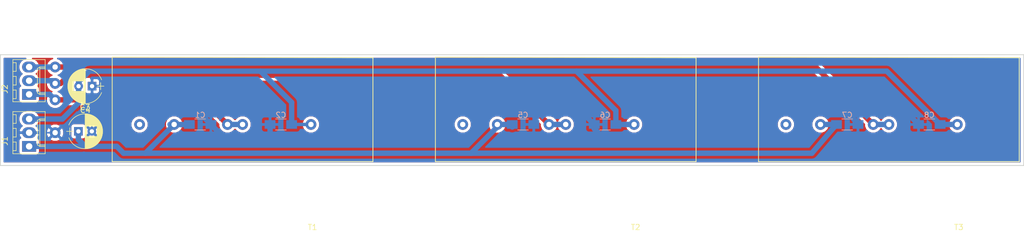
<source format=kicad_pcb>
(kicad_pcb (version 4) (host pcbnew 4.0.7)

  (general
    (links 32)
    (no_connects 0)
    (area 12.166999 87.200999 202.309001 107.925001)
    (thickness 1.6)
    (drawings 4)
    (tracks 97)
    (zones 0)
    (modules 20)
    (nets 7)
  )

  (page A4)
  (layers
    (0 F.Cu signal)
    (31 B.Cu signal)
    (32 B.Adhes user)
    (33 F.Adhes user)
    (34 B.Paste user)
    (35 F.Paste user)
    (36 B.SilkS user)
    (37 F.SilkS user)
    (38 B.Mask user)
    (39 F.Mask user)
    (40 Dwgs.User user)
    (41 Cmts.User user)
    (42 Eco1.User user)
    (43 Eco2.User user)
    (44 Edge.Cuts user)
    (45 Margin user)
    (46 B.CrtYd user)
    (47 F.CrtYd user)
    (48 B.Fab user)
    (49 F.Fab user)
  )

  (setup
    (last_trace_width 1)
    (user_trace_width 0.6)
    (user_trace_width 1)
    (trace_clearance 0.3)
    (zone_clearance 0.508)
    (zone_45_only no)
    (trace_min 0.3)
    (segment_width 0.2)
    (edge_width 0.15)
    (via_size 2)
    (via_drill 0.8)
    (via_min_size 2)
    (via_min_drill 0.8)
    (uvia_size 0.3)
    (uvia_drill 0.1)
    (uvias_allowed no)
    (uvia_min_size 0.2)
    (uvia_min_drill 0.1)
    (pcb_text_width 0.3)
    (pcb_text_size 1.5 1.5)
    (mod_edge_width 0.15)
    (mod_text_size 1 1)
    (mod_text_width 0.15)
    (pad_size 2 2)
    (pad_drill 1)
    (pad_to_mask_clearance 0.2)
    (aux_axis_origin 0 0)
    (grid_origin 69.9 100.23)
    (visible_elements 7FFFFFFF)
    (pcbplotparams
      (layerselection 0x00030_80000001)
      (usegerberextensions false)
      (excludeedgelayer true)
      (linewidth 0.100000)
      (plotframeref false)
      (viasonmask false)
      (mode 1)
      (useauxorigin false)
      (hpglpennumber 1)
      (hpglpenspeed 20)
      (hpglpendiameter 15)
      (hpglpenoverlay 2)
      (psnegative false)
      (psa4output false)
      (plotreference true)
      (plotvalue true)
      (plotinvisibletext false)
      (padsonsilk false)
      (subtractmaskfromsilk false)
      (outputformat 1)
      (mirror false)
      (drillshape 1)
      (scaleselection 1)
      (outputdirectory ""))
  )

  (net 0 "")
  (net 1 GNDS)
  (net 2 +15V)
  (net 3 -15V)
  (net 4 Current_A)
  (net 5 Current_B)
  (net 6 Current_C)

  (net_class Default "This is the default net class."
    (clearance 0.3)
    (trace_width 0.3)
    (via_dia 2)
    (via_drill 0.8)
    (uvia_dia 0.3)
    (uvia_drill 0.1)
    (add_net +15V)
    (add_net -15V)
    (add_net Current_A)
    (add_net Current_B)
    (add_net Current_C)
    (add_net GNDS)
  )

  (module Jespers_footprints:LEM_200 (layer F.Cu) (tedit 5AF41D30) (tstamp 5AF44681)
    (at 69.9008 100.2284)
    (path /5AF3F7B8)
    (fp_text reference T1 (at 0.28 19.08) (layer F.SilkS)
      (effects (font (size 1 1) (thickness 0.15)))
    )
    (fp_text value LEM_LA_200_P (at 0.28 -22.26) (layer F.Fab)
      (effects (font (size 1 1) (thickness 0.15)))
    )
    (fp_line (start 11.5 -12.4) (end -36.9 -12.5) (layer F.SilkS) (width 0.15))
    (fp_line (start -36.9 -12.5) (end -36.9 6.9) (layer F.SilkS) (width 0.15))
    (fp_line (start -36.9 6.9) (end 11.5 6.9) (layer F.SilkS) (width 0.15))
    (fp_line (start 11.5 6.9) (end 11.5 -12.4) (layer F.SilkS) (width 0.15))
    (pad 2 thru_hole circle (at 0 0) (size 2 2) (drill 1) (layers *.Cu *.Mask)
      (net 3 -15V))
    (pad 3 thru_hole circle (at -12.7 0) (size 2 2) (drill 1) (layers *.Cu *.Mask)
      (net 4 Current_A))
    (pad 1 thru_hole circle (at -25.4 0) (size 2 2) (drill 1) (layers *.Cu *.Mask)
      (net 2 +15V))
    (pad 4 thru_hole circle (at -31.82 0) (size 2 2) (drill 1) (layers *.Cu *.Mask))
  )

  (module Connectors_Molex:Molex_KK-6410-03_03x2.54mm_Straight (layer F.Cu) (tedit 58EE6EE6) (tstamp 5AF4466E)
    (at 17.576 104.294 90)
    (descr "Connector Headers with Friction Lock, 22-27-2031, http://www.molex.com/pdm_docs/sd/022272021_sd.pdf")
    (tags "connector molex kk_6410 22-27-2031")
    (path /5AF41F40)
    (fp_text reference J1 (at 1 -4.5 90) (layer F.SilkS)
      (effects (font (size 1 1) (thickness 0.15)))
    )
    (fp_text value Conn_01x03 (at 2.54 4.5 90) (layer F.Fab)
      (effects (font (size 1 1) (thickness 0.15)))
    )
    (fp_line (start -1.47 -3.12) (end -1.47 3.08) (layer F.Fab) (width 0.12))
    (fp_line (start -1.47 3.08) (end 6.55 3.08) (layer F.Fab) (width 0.12))
    (fp_line (start 6.55 3.08) (end 6.55 -3.12) (layer F.Fab) (width 0.12))
    (fp_line (start 6.55 -3.12) (end -1.47 -3.12) (layer F.Fab) (width 0.12))
    (fp_line (start -1.37 -3.02) (end -1.37 2.98) (layer F.SilkS) (width 0.12))
    (fp_line (start -1.37 2.98) (end 6.45 2.98) (layer F.SilkS) (width 0.12))
    (fp_line (start 6.45 2.98) (end 6.45 -3.02) (layer F.SilkS) (width 0.12))
    (fp_line (start 6.45 -3.02) (end -1.37 -3.02) (layer F.SilkS) (width 0.12))
    (fp_line (start 0 2.98) (end 0 1.98) (layer F.SilkS) (width 0.12))
    (fp_line (start 0 1.98) (end 5.08 1.98) (layer F.SilkS) (width 0.12))
    (fp_line (start 5.08 1.98) (end 5.08 2.98) (layer F.SilkS) (width 0.12))
    (fp_line (start 0 1.98) (end 0.25 1.55) (layer F.SilkS) (width 0.12))
    (fp_line (start 0.25 1.55) (end 4.83 1.55) (layer F.SilkS) (width 0.12))
    (fp_line (start 4.83 1.55) (end 5.08 1.98) (layer F.SilkS) (width 0.12))
    (fp_line (start 0.25 2.98) (end 0.25 1.98) (layer F.SilkS) (width 0.12))
    (fp_line (start 4.83 2.98) (end 4.83 1.98) (layer F.SilkS) (width 0.12))
    (fp_line (start -0.8 -3.02) (end -0.8 -2.4) (layer F.SilkS) (width 0.12))
    (fp_line (start -0.8 -2.4) (end 0.8 -2.4) (layer F.SilkS) (width 0.12))
    (fp_line (start 0.8 -2.4) (end 0.8 -3.02) (layer F.SilkS) (width 0.12))
    (fp_line (start 1.74 -3.02) (end 1.74 -2.4) (layer F.SilkS) (width 0.12))
    (fp_line (start 1.74 -2.4) (end 3.34 -2.4) (layer F.SilkS) (width 0.12))
    (fp_line (start 3.34 -2.4) (end 3.34 -3.02) (layer F.SilkS) (width 0.12))
    (fp_line (start 4.28 -3.02) (end 4.28 -2.4) (layer F.SilkS) (width 0.12))
    (fp_line (start 4.28 -2.4) (end 5.88 -2.4) (layer F.SilkS) (width 0.12))
    (fp_line (start 5.88 -2.4) (end 5.88 -3.02) (layer F.SilkS) (width 0.12))
    (fp_line (start -1.9 3.5) (end -1.9 -3.55) (layer F.CrtYd) (width 0.05))
    (fp_line (start -1.9 -3.55) (end 7 -3.55) (layer F.CrtYd) (width 0.05))
    (fp_line (start 7 -3.55) (end 7 3.5) (layer F.CrtYd) (width 0.05))
    (fp_line (start 7 3.5) (end -1.9 3.5) (layer F.CrtYd) (width 0.05))
    (fp_text user %R (at 2.54 0 90) (layer F.Fab)
      (effects (font (size 1 1) (thickness 0.15)))
    )
    (pad 1 thru_hole rect (at 0 0 90) (size 2 2.6) (drill 1.2) (layers *.Cu *.Mask)
      (net 2 +15V))
    (pad 2 thru_hole oval (at 2.54 0 90) (size 2 2.6) (drill 1.2) (layers *.Cu *.Mask)
      (net 1 GNDS))
    (pad 3 thru_hole oval (at 5.08 0 90) (size 2 2.6) (drill 1.2) (layers *.Cu *.Mask)
      (net 3 -15V))
    (model ${KISYS3DMOD}/Connectors_Molex.3dshapes/Molex_KK-6410-03_03x2.54mm_Straight.wrl
      (at (xyz 0 0 0))
      (scale (xyz 1 1 1))
      (rotate (xyz 0 0 0))
    )
  )

  (module Capacitors_SMD:C_1206_HandSoldering (layer B.Cu) (tedit 58AA84D1) (tstamp 5AF4463D)
    (at 109.27 100.23 180)
    (descr "Capacitor SMD 1206, hand soldering")
    (tags "capacitor 1206")
    (path /5AF442EE)
    (attr smd)
    (fp_text reference C5 (at 0 1.75 180) (layer B.SilkS)
      (effects (font (size 1 1) (thickness 0.15)) (justify mirror))
    )
    (fp_text value 0.1u (at 0 -2 180) (layer B.Fab)
      (effects (font (size 1 1) (thickness 0.15)) (justify mirror))
    )
    (fp_text user %R (at 0 1.75 180) (layer B.Fab)
      (effects (font (size 1 1) (thickness 0.15)) (justify mirror))
    )
    (fp_line (start -1.6 -0.8) (end -1.6 0.8) (layer B.Fab) (width 0.1))
    (fp_line (start 1.6 -0.8) (end -1.6 -0.8) (layer B.Fab) (width 0.1))
    (fp_line (start 1.6 0.8) (end 1.6 -0.8) (layer B.Fab) (width 0.1))
    (fp_line (start -1.6 0.8) (end 1.6 0.8) (layer B.Fab) (width 0.1))
    (fp_line (start 1 1.02) (end -1 1.02) (layer B.SilkS) (width 0.12))
    (fp_line (start -1 -1.02) (end 1 -1.02) (layer B.SilkS) (width 0.12))
    (fp_line (start -3.25 1.05) (end 3.25 1.05) (layer B.CrtYd) (width 0.05))
    (fp_line (start -3.25 1.05) (end -3.25 -1.05) (layer B.CrtYd) (width 0.05))
    (fp_line (start 3.25 -1.05) (end 3.25 1.05) (layer B.CrtYd) (width 0.05))
    (fp_line (start 3.25 -1.05) (end -3.25 -1.05) (layer B.CrtYd) (width 0.05))
    (pad 1 smd rect (at -2 0 180) (size 2 1.6) (layers B.Cu B.Paste B.Mask)
      (net 1 GNDS))
    (pad 2 smd rect (at 2 0 180) (size 2 1.6) (layers B.Cu B.Paste B.Mask)
      (net 2 +15V))
    (model Capacitors_SMD.3dshapes/C_1206.wrl
      (at (xyz 0 0 0))
      (scale (xyz 1 1 1))
      (rotate (xyz 0 0 0))
    )
  )

  (module Capacitors_SMD:C_1206_HandSoldering (layer B.Cu) (tedit 58AA84D1) (tstamp 5AF44625)
    (at 49.326 100.23 180)
    (descr "Capacitor SMD 1206, hand soldering")
    (tags "capacitor 1206")
    (path /5AF4378C)
    (attr smd)
    (fp_text reference C1 (at 0 1.75 180) (layer B.SilkS)
      (effects (font (size 1 1) (thickness 0.15)) (justify mirror))
    )
    (fp_text value 0.1u (at 0 -2 180) (layer B.Fab)
      (effects (font (size 1 1) (thickness 0.15)) (justify mirror))
    )
    (fp_text user %R (at 0 1.75 180) (layer B.Fab)
      (effects (font (size 1 1) (thickness 0.15)) (justify mirror))
    )
    (fp_line (start -1.6 -0.8) (end -1.6 0.8) (layer B.Fab) (width 0.1))
    (fp_line (start 1.6 -0.8) (end -1.6 -0.8) (layer B.Fab) (width 0.1))
    (fp_line (start 1.6 0.8) (end 1.6 -0.8) (layer B.Fab) (width 0.1))
    (fp_line (start -1.6 0.8) (end 1.6 0.8) (layer B.Fab) (width 0.1))
    (fp_line (start 1 1.02) (end -1 1.02) (layer B.SilkS) (width 0.12))
    (fp_line (start -1 -1.02) (end 1 -1.02) (layer B.SilkS) (width 0.12))
    (fp_line (start -3.25 1.05) (end 3.25 1.05) (layer B.CrtYd) (width 0.05))
    (fp_line (start -3.25 1.05) (end -3.25 -1.05) (layer B.CrtYd) (width 0.05))
    (fp_line (start 3.25 -1.05) (end 3.25 1.05) (layer B.CrtYd) (width 0.05))
    (fp_line (start 3.25 -1.05) (end -3.25 -1.05) (layer B.CrtYd) (width 0.05))
    (pad 1 smd rect (at -2 0 180) (size 2 1.6) (layers B.Cu B.Paste B.Mask)
      (net 1 GNDS))
    (pad 2 smd rect (at 2 0 180) (size 2 1.6) (layers B.Cu B.Paste B.Mask)
      (net 2 +15V))
    (model Capacitors_SMD.3dshapes/C_1206.wrl
      (at (xyz 0 0 0))
      (scale (xyz 1 1 1))
      (rotate (xyz 0 0 0))
    )
  )

  (module Capacitors_SMD:C_1206_HandSoldering (layer B.Cu) (tedit 58AA84D1) (tstamp 5AF4462B)
    (at 64.312 100.23 180)
    (descr "Capacitor SMD 1206, hand soldering")
    (tags "capacitor 1206")
    (path /5AF44040)
    (attr smd)
    (fp_text reference C2 (at 0 1.75 180) (layer B.SilkS)
      (effects (font (size 1 1) (thickness 0.15)) (justify mirror))
    )
    (fp_text value 0.1u (at 0 -2 180) (layer B.Fab)
      (effects (font (size 1 1) (thickness 0.15)) (justify mirror))
    )
    (fp_text user %R (at 0 1.75 180) (layer B.Fab)
      (effects (font (size 1 1) (thickness 0.15)) (justify mirror))
    )
    (fp_line (start -1.6 -0.8) (end -1.6 0.8) (layer B.Fab) (width 0.1))
    (fp_line (start 1.6 -0.8) (end -1.6 -0.8) (layer B.Fab) (width 0.1))
    (fp_line (start 1.6 0.8) (end 1.6 -0.8) (layer B.Fab) (width 0.1))
    (fp_line (start -1.6 0.8) (end 1.6 0.8) (layer B.Fab) (width 0.1))
    (fp_line (start 1 1.02) (end -1 1.02) (layer B.SilkS) (width 0.12))
    (fp_line (start -1 -1.02) (end 1 -1.02) (layer B.SilkS) (width 0.12))
    (fp_line (start -3.25 1.05) (end 3.25 1.05) (layer B.CrtYd) (width 0.05))
    (fp_line (start -3.25 1.05) (end -3.25 -1.05) (layer B.CrtYd) (width 0.05))
    (fp_line (start 3.25 -1.05) (end 3.25 1.05) (layer B.CrtYd) (width 0.05))
    (fp_line (start 3.25 -1.05) (end -3.25 -1.05) (layer B.CrtYd) (width 0.05))
    (pad 1 smd rect (at -2 0 180) (size 2 1.6) (layers B.Cu B.Paste B.Mask)
      (net 3 -15V))
    (pad 2 smd rect (at 2 0 180) (size 2 1.6) (layers B.Cu B.Paste B.Mask)
      (net 1 GNDS))
    (model Capacitors_SMD.3dshapes/C_1206.wrl
      (at (xyz 0 0 0))
      (scale (xyz 1 1 1))
      (rotate (xyz 0 0 0))
    )
  )

  (module Capacitors_SMD:C_1206_HandSoldering (layer B.Cu) (tedit 58AA84D1) (tstamp 5AF44643)
    (at 124.51 100.23 180)
    (descr "Capacitor SMD 1206, hand soldering")
    (tags "capacitor 1206")
    (path /5AF44309)
    (attr smd)
    (fp_text reference C6 (at 0 1.75 180) (layer B.SilkS)
      (effects (font (size 1 1) (thickness 0.15)) (justify mirror))
    )
    (fp_text value 0.1u (at 0 -2 180) (layer B.Fab)
      (effects (font (size 1 1) (thickness 0.15)) (justify mirror))
    )
    (fp_text user %R (at 0 1.75 180) (layer B.Fab)
      (effects (font (size 1 1) (thickness 0.15)) (justify mirror))
    )
    (fp_line (start -1.6 -0.8) (end -1.6 0.8) (layer B.Fab) (width 0.1))
    (fp_line (start 1.6 -0.8) (end -1.6 -0.8) (layer B.Fab) (width 0.1))
    (fp_line (start 1.6 0.8) (end 1.6 -0.8) (layer B.Fab) (width 0.1))
    (fp_line (start -1.6 0.8) (end 1.6 0.8) (layer B.Fab) (width 0.1))
    (fp_line (start 1 1.02) (end -1 1.02) (layer B.SilkS) (width 0.12))
    (fp_line (start -1 -1.02) (end 1 -1.02) (layer B.SilkS) (width 0.12))
    (fp_line (start -3.25 1.05) (end 3.25 1.05) (layer B.CrtYd) (width 0.05))
    (fp_line (start -3.25 1.05) (end -3.25 -1.05) (layer B.CrtYd) (width 0.05))
    (fp_line (start 3.25 -1.05) (end 3.25 1.05) (layer B.CrtYd) (width 0.05))
    (fp_line (start 3.25 -1.05) (end -3.25 -1.05) (layer B.CrtYd) (width 0.05))
    (pad 1 smd rect (at -2 0 180) (size 2 1.6) (layers B.Cu B.Paste B.Mask)
      (net 3 -15V))
    (pad 2 smd rect (at 2 0 180) (size 2 1.6) (layers B.Cu B.Paste B.Mask)
      (net 1 GNDS))
    (model Capacitors_SMD.3dshapes/C_1206.wrl
      (at (xyz 0 0 0))
      (scale (xyz 1 1 1))
      (rotate (xyz 0 0 0))
    )
  )

  (module Capacitors_SMD:C_1206_HandSoldering (layer B.Cu) (tedit 58AA84D1) (tstamp 5AF44649)
    (at 169.468 100.23 180)
    (descr "Capacitor SMD 1206, hand soldering")
    (tags "capacitor 1206")
    (path /5AF44400)
    (attr smd)
    (fp_text reference C7 (at 0 1.75 180) (layer B.SilkS)
      (effects (font (size 1 1) (thickness 0.15)) (justify mirror))
    )
    (fp_text value 0.1u (at 0 -2 180) (layer B.Fab)
      (effects (font (size 1 1) (thickness 0.15)) (justify mirror))
    )
    (fp_text user %R (at 0 1.75 180) (layer B.Fab)
      (effects (font (size 1 1) (thickness 0.15)) (justify mirror))
    )
    (fp_line (start -1.6 -0.8) (end -1.6 0.8) (layer B.Fab) (width 0.1))
    (fp_line (start 1.6 -0.8) (end -1.6 -0.8) (layer B.Fab) (width 0.1))
    (fp_line (start 1.6 0.8) (end 1.6 -0.8) (layer B.Fab) (width 0.1))
    (fp_line (start -1.6 0.8) (end 1.6 0.8) (layer B.Fab) (width 0.1))
    (fp_line (start 1 1.02) (end -1 1.02) (layer B.SilkS) (width 0.12))
    (fp_line (start -1 -1.02) (end 1 -1.02) (layer B.SilkS) (width 0.12))
    (fp_line (start -3.25 1.05) (end 3.25 1.05) (layer B.CrtYd) (width 0.05))
    (fp_line (start -3.25 1.05) (end -3.25 -1.05) (layer B.CrtYd) (width 0.05))
    (fp_line (start 3.25 -1.05) (end 3.25 1.05) (layer B.CrtYd) (width 0.05))
    (fp_line (start 3.25 -1.05) (end -3.25 -1.05) (layer B.CrtYd) (width 0.05))
    (pad 1 smd rect (at -2 0 180) (size 2 1.6) (layers B.Cu B.Paste B.Mask)
      (net 1 GNDS))
    (pad 2 smd rect (at 2 0 180) (size 2 1.6) (layers B.Cu B.Paste B.Mask)
      (net 2 +15V))
    (model Capacitors_SMD.3dshapes/C_1206.wrl
      (at (xyz 0 0 0))
      (scale (xyz 1 1 1))
      (rotate (xyz 0 0 0))
    )
  )

  (module Capacitors_SMD:C_1206_HandSoldering (layer B.Cu) (tedit 58AA84D1) (tstamp 5AF4464F)
    (at 184.708 100.23 180)
    (descr "Capacitor SMD 1206, hand soldering")
    (tags "capacitor 1206")
    (path /5AF4441B)
    (attr smd)
    (fp_text reference C8 (at 0 1.75 180) (layer B.SilkS)
      (effects (font (size 1 1) (thickness 0.15)) (justify mirror))
    )
    (fp_text value 0.1u (at 0 -2 180) (layer B.Fab)
      (effects (font (size 1 1) (thickness 0.15)) (justify mirror))
    )
    (fp_text user %R (at 0 1.75 180) (layer B.Fab)
      (effects (font (size 1 1) (thickness 0.15)) (justify mirror))
    )
    (fp_line (start -1.6 -0.8) (end -1.6 0.8) (layer B.Fab) (width 0.1))
    (fp_line (start 1.6 -0.8) (end -1.6 -0.8) (layer B.Fab) (width 0.1))
    (fp_line (start 1.6 0.8) (end 1.6 -0.8) (layer B.Fab) (width 0.1))
    (fp_line (start -1.6 0.8) (end 1.6 0.8) (layer B.Fab) (width 0.1))
    (fp_line (start 1 1.02) (end -1 1.02) (layer B.SilkS) (width 0.12))
    (fp_line (start -1 -1.02) (end 1 -1.02) (layer B.SilkS) (width 0.12))
    (fp_line (start -3.25 1.05) (end 3.25 1.05) (layer B.CrtYd) (width 0.05))
    (fp_line (start -3.25 1.05) (end -3.25 -1.05) (layer B.CrtYd) (width 0.05))
    (fp_line (start 3.25 -1.05) (end 3.25 1.05) (layer B.CrtYd) (width 0.05))
    (fp_line (start 3.25 -1.05) (end -3.25 -1.05) (layer B.CrtYd) (width 0.05))
    (pad 1 smd rect (at -2 0 180) (size 2 1.6) (layers B.Cu B.Paste B.Mask)
      (net 3 -15V))
    (pad 2 smd rect (at 2 0 180) (size 2 1.6) (layers B.Cu B.Paste B.Mask)
      (net 1 GNDS))
    (model Capacitors_SMD.3dshapes/C_1206.wrl
      (at (xyz 0 0 0))
      (scale (xyz 1 1 1))
      (rotate (xyz 0 0 0))
    )
  )

  (module Connectors_Molex:Molex_KK-6410-03_03x2.54mm_Straight (layer F.Cu) (tedit 58EE6EE6) (tstamp 5AF44675)
    (at 17.576 94.642 90)
    (descr "Connector Headers with Friction Lock, 22-27-2031, http://www.molex.com/pdm_docs/sd/022272021_sd.pdf")
    (tags "connector molex kk_6410 22-27-2031")
    (path /5AF41FAB)
    (fp_text reference J2 (at 1 -4.5 90) (layer F.SilkS)
      (effects (font (size 1 1) (thickness 0.15)))
    )
    (fp_text value Conn_01x03 (at 2.54 4.5 90) (layer F.Fab)
      (effects (font (size 1 1) (thickness 0.15)))
    )
    (fp_line (start -1.47 -3.12) (end -1.47 3.08) (layer F.Fab) (width 0.12))
    (fp_line (start -1.47 3.08) (end 6.55 3.08) (layer F.Fab) (width 0.12))
    (fp_line (start 6.55 3.08) (end 6.55 -3.12) (layer F.Fab) (width 0.12))
    (fp_line (start 6.55 -3.12) (end -1.47 -3.12) (layer F.Fab) (width 0.12))
    (fp_line (start -1.37 -3.02) (end -1.37 2.98) (layer F.SilkS) (width 0.12))
    (fp_line (start -1.37 2.98) (end 6.45 2.98) (layer F.SilkS) (width 0.12))
    (fp_line (start 6.45 2.98) (end 6.45 -3.02) (layer F.SilkS) (width 0.12))
    (fp_line (start 6.45 -3.02) (end -1.37 -3.02) (layer F.SilkS) (width 0.12))
    (fp_line (start 0 2.98) (end 0 1.98) (layer F.SilkS) (width 0.12))
    (fp_line (start 0 1.98) (end 5.08 1.98) (layer F.SilkS) (width 0.12))
    (fp_line (start 5.08 1.98) (end 5.08 2.98) (layer F.SilkS) (width 0.12))
    (fp_line (start 0 1.98) (end 0.25 1.55) (layer F.SilkS) (width 0.12))
    (fp_line (start 0.25 1.55) (end 4.83 1.55) (layer F.SilkS) (width 0.12))
    (fp_line (start 4.83 1.55) (end 5.08 1.98) (layer F.SilkS) (width 0.12))
    (fp_line (start 0.25 2.98) (end 0.25 1.98) (layer F.SilkS) (width 0.12))
    (fp_line (start 4.83 2.98) (end 4.83 1.98) (layer F.SilkS) (width 0.12))
    (fp_line (start -0.8 -3.02) (end -0.8 -2.4) (layer F.SilkS) (width 0.12))
    (fp_line (start -0.8 -2.4) (end 0.8 -2.4) (layer F.SilkS) (width 0.12))
    (fp_line (start 0.8 -2.4) (end 0.8 -3.02) (layer F.SilkS) (width 0.12))
    (fp_line (start 1.74 -3.02) (end 1.74 -2.4) (layer F.SilkS) (width 0.12))
    (fp_line (start 1.74 -2.4) (end 3.34 -2.4) (layer F.SilkS) (width 0.12))
    (fp_line (start 3.34 -2.4) (end 3.34 -3.02) (layer F.SilkS) (width 0.12))
    (fp_line (start 4.28 -3.02) (end 4.28 -2.4) (layer F.SilkS) (width 0.12))
    (fp_line (start 4.28 -2.4) (end 5.88 -2.4) (layer F.SilkS) (width 0.12))
    (fp_line (start 5.88 -2.4) (end 5.88 -3.02) (layer F.SilkS) (width 0.12))
    (fp_line (start -1.9 3.5) (end -1.9 -3.55) (layer F.CrtYd) (width 0.05))
    (fp_line (start -1.9 -3.55) (end 7 -3.55) (layer F.CrtYd) (width 0.05))
    (fp_line (start 7 -3.55) (end 7 3.5) (layer F.CrtYd) (width 0.05))
    (fp_line (start 7 3.5) (end -1.9 3.5) (layer F.CrtYd) (width 0.05))
    (fp_text user %R (at 2.54 0 90) (layer F.Fab)
      (effects (font (size 1 1) (thickness 0.15)))
    )
    (pad 1 thru_hole rect (at 0 0 90) (size 2 2.6) (drill 1.2) (layers *.Cu *.Mask)
      (net 4 Current_A))
    (pad 2 thru_hole oval (at 2.54 0 90) (size 2 2.6) (drill 1.2) (layers *.Cu *.Mask)
      (net 5 Current_B))
    (pad 3 thru_hole oval (at 5.08 0 90) (size 2 2.6) (drill 1.2) (layers *.Cu *.Mask)
      (net 6 Current_C))
    (model ${KISYS3DMOD}/Connectors_Molex.3dshapes/Molex_KK-6410-03_03x2.54mm_Straight.wrl
      (at (xyz 0 0 0))
      (scale (xyz 1 1 1))
      (rotate (xyz 0 0 0))
    )
  )

  (module Jespers_footprints:LEM_200 (layer F.Cu) (tedit 5AF41D30) (tstamp 5AF44699)
    (at 189.9 100.23)
    (path /5AF443CC)
    (fp_text reference T3 (at 0.28 19.08) (layer F.SilkS)
      (effects (font (size 1 1) (thickness 0.15)))
    )
    (fp_text value LEM_LA_200_P (at 0.28 -22.26) (layer F.Fab)
      (effects (font (size 1 1) (thickness 0.15)))
    )
    (fp_line (start 11.5 -12.4) (end -36.9 -12.5) (layer F.SilkS) (width 0.15))
    (fp_line (start -36.9 -12.5) (end -36.9 6.9) (layer F.SilkS) (width 0.15))
    (fp_line (start -36.9 6.9) (end 11.5 6.9) (layer F.SilkS) (width 0.15))
    (fp_line (start 11.5 6.9) (end 11.5 -12.4) (layer F.SilkS) (width 0.15))
    (pad 2 thru_hole circle (at 0 0) (size 2 2) (drill 1) (layers *.Cu *.Mask)
      (net 3 -15V))
    (pad 3 thru_hole circle (at -12.7 0) (size 2 2) (drill 1) (layers *.Cu *.Mask)
      (net 6 Current_C))
    (pad 1 thru_hole circle (at -25.4 0) (size 2 2) (drill 1) (layers *.Cu *.Mask)
      (net 2 +15V))
    (pad 4 thru_hole circle (at -31.82 0) (size 2 2) (drill 1) (layers *.Cu *.Mask))
  )

  (module Jespers_footprints:LEM_200 (layer F.Cu) (tedit 5AF41D30) (tstamp 5AF4468D)
    (at 129.9 100.23)
    (path /5AF442BA)
    (fp_text reference T2 (at 0.28 19.08) (layer F.SilkS)
      (effects (font (size 1 1) (thickness 0.15)))
    )
    (fp_text value LEM_LA_200_P (at 0.28 -22.26) (layer F.Fab)
      (effects (font (size 1 1) (thickness 0.15)))
    )
    (fp_line (start 11.5 -12.4) (end -36.9 -12.5) (layer F.SilkS) (width 0.15))
    (fp_line (start -36.9 -12.5) (end -36.9 6.9) (layer F.SilkS) (width 0.15))
    (fp_line (start -36.9 6.9) (end 11.5 6.9) (layer F.SilkS) (width 0.15))
    (fp_line (start 11.5 6.9) (end 11.5 -12.4) (layer F.SilkS) (width 0.15))
    (pad 2 thru_hole circle (at 0 0) (size 2 2) (drill 1) (layers *.Cu *.Mask)
      (net 3 -15V))
    (pad 3 thru_hole circle (at -12.7 0) (size 2 2) (drill 1) (layers *.Cu *.Mask)
      (net 5 Current_B))
    (pad 1 thru_hole circle (at -25.4 0) (size 2 2) (drill 1) (layers *.Cu *.Mask)
      (net 2 +15V))
    (pad 4 thru_hole circle (at -31.82 0) (size 2 2) (drill 1) (layers *.Cu *.Mask))
  )

  (module Capacitors_THT:CP_Radial_D6.3mm_P2.50mm (layer F.Cu) (tedit 597BC7C2) (tstamp 5AF5F4AA)
    (at 26.72 101.5)
    (descr "CP, Radial series, Radial, pin pitch=2.50mm, , diameter=6.3mm, Electrolytic Capacitor")
    (tags "CP Radial series Radial pin pitch 2.50mm  diameter 6.3mm Electrolytic Capacitor")
    (path /5AF5D67A)
    (fp_text reference C3 (at 1.25 -4.46) (layer F.SilkS)
      (effects (font (size 1 1) (thickness 0.15)))
    )
    (fp_text value CP (at 1.25 4.46) (layer F.Fab)
      (effects (font (size 1 1) (thickness 0.15)))
    )
    (fp_arc (start 1.25 0) (end -1.767482 -1.18) (angle 137.3) (layer F.SilkS) (width 0.12))
    (fp_arc (start 1.25 0) (end -1.767482 1.18) (angle -137.3) (layer F.SilkS) (width 0.12))
    (fp_arc (start 1.25 0) (end 4.267482 -1.18) (angle 42.7) (layer F.SilkS) (width 0.12))
    (fp_circle (center 1.25 0) (end 4.4 0) (layer F.Fab) (width 0.1))
    (fp_line (start -2.2 0) (end -1 0) (layer F.Fab) (width 0.1))
    (fp_line (start -1.6 -0.65) (end -1.6 0.65) (layer F.Fab) (width 0.1))
    (fp_line (start 1.25 -3.2) (end 1.25 3.2) (layer F.SilkS) (width 0.12))
    (fp_line (start 1.29 -3.2) (end 1.29 3.2) (layer F.SilkS) (width 0.12))
    (fp_line (start 1.33 -3.2) (end 1.33 3.2) (layer F.SilkS) (width 0.12))
    (fp_line (start 1.37 -3.198) (end 1.37 3.198) (layer F.SilkS) (width 0.12))
    (fp_line (start 1.41 -3.197) (end 1.41 3.197) (layer F.SilkS) (width 0.12))
    (fp_line (start 1.45 -3.194) (end 1.45 3.194) (layer F.SilkS) (width 0.12))
    (fp_line (start 1.49 -3.192) (end 1.49 3.192) (layer F.SilkS) (width 0.12))
    (fp_line (start 1.53 -3.188) (end 1.53 -0.98) (layer F.SilkS) (width 0.12))
    (fp_line (start 1.53 0.98) (end 1.53 3.188) (layer F.SilkS) (width 0.12))
    (fp_line (start 1.57 -3.185) (end 1.57 -0.98) (layer F.SilkS) (width 0.12))
    (fp_line (start 1.57 0.98) (end 1.57 3.185) (layer F.SilkS) (width 0.12))
    (fp_line (start 1.61 -3.18) (end 1.61 -0.98) (layer F.SilkS) (width 0.12))
    (fp_line (start 1.61 0.98) (end 1.61 3.18) (layer F.SilkS) (width 0.12))
    (fp_line (start 1.65 -3.176) (end 1.65 -0.98) (layer F.SilkS) (width 0.12))
    (fp_line (start 1.65 0.98) (end 1.65 3.176) (layer F.SilkS) (width 0.12))
    (fp_line (start 1.69 -3.17) (end 1.69 -0.98) (layer F.SilkS) (width 0.12))
    (fp_line (start 1.69 0.98) (end 1.69 3.17) (layer F.SilkS) (width 0.12))
    (fp_line (start 1.73 -3.165) (end 1.73 -0.98) (layer F.SilkS) (width 0.12))
    (fp_line (start 1.73 0.98) (end 1.73 3.165) (layer F.SilkS) (width 0.12))
    (fp_line (start 1.77 -3.158) (end 1.77 -0.98) (layer F.SilkS) (width 0.12))
    (fp_line (start 1.77 0.98) (end 1.77 3.158) (layer F.SilkS) (width 0.12))
    (fp_line (start 1.81 -3.152) (end 1.81 -0.98) (layer F.SilkS) (width 0.12))
    (fp_line (start 1.81 0.98) (end 1.81 3.152) (layer F.SilkS) (width 0.12))
    (fp_line (start 1.85 -3.144) (end 1.85 -0.98) (layer F.SilkS) (width 0.12))
    (fp_line (start 1.85 0.98) (end 1.85 3.144) (layer F.SilkS) (width 0.12))
    (fp_line (start 1.89 -3.137) (end 1.89 -0.98) (layer F.SilkS) (width 0.12))
    (fp_line (start 1.89 0.98) (end 1.89 3.137) (layer F.SilkS) (width 0.12))
    (fp_line (start 1.93 -3.128) (end 1.93 -0.98) (layer F.SilkS) (width 0.12))
    (fp_line (start 1.93 0.98) (end 1.93 3.128) (layer F.SilkS) (width 0.12))
    (fp_line (start 1.971 -3.119) (end 1.971 -0.98) (layer F.SilkS) (width 0.12))
    (fp_line (start 1.971 0.98) (end 1.971 3.119) (layer F.SilkS) (width 0.12))
    (fp_line (start 2.011 -3.11) (end 2.011 -0.98) (layer F.SilkS) (width 0.12))
    (fp_line (start 2.011 0.98) (end 2.011 3.11) (layer F.SilkS) (width 0.12))
    (fp_line (start 2.051 -3.1) (end 2.051 -0.98) (layer F.SilkS) (width 0.12))
    (fp_line (start 2.051 0.98) (end 2.051 3.1) (layer F.SilkS) (width 0.12))
    (fp_line (start 2.091 -3.09) (end 2.091 -0.98) (layer F.SilkS) (width 0.12))
    (fp_line (start 2.091 0.98) (end 2.091 3.09) (layer F.SilkS) (width 0.12))
    (fp_line (start 2.131 -3.079) (end 2.131 -0.98) (layer F.SilkS) (width 0.12))
    (fp_line (start 2.131 0.98) (end 2.131 3.079) (layer F.SilkS) (width 0.12))
    (fp_line (start 2.171 -3.067) (end 2.171 -0.98) (layer F.SilkS) (width 0.12))
    (fp_line (start 2.171 0.98) (end 2.171 3.067) (layer F.SilkS) (width 0.12))
    (fp_line (start 2.211 -3.055) (end 2.211 -0.98) (layer F.SilkS) (width 0.12))
    (fp_line (start 2.211 0.98) (end 2.211 3.055) (layer F.SilkS) (width 0.12))
    (fp_line (start 2.251 -3.042) (end 2.251 -0.98) (layer F.SilkS) (width 0.12))
    (fp_line (start 2.251 0.98) (end 2.251 3.042) (layer F.SilkS) (width 0.12))
    (fp_line (start 2.291 -3.029) (end 2.291 -0.98) (layer F.SilkS) (width 0.12))
    (fp_line (start 2.291 0.98) (end 2.291 3.029) (layer F.SilkS) (width 0.12))
    (fp_line (start 2.331 -3.015) (end 2.331 -0.98) (layer F.SilkS) (width 0.12))
    (fp_line (start 2.331 0.98) (end 2.331 3.015) (layer F.SilkS) (width 0.12))
    (fp_line (start 2.371 -3.001) (end 2.371 -0.98) (layer F.SilkS) (width 0.12))
    (fp_line (start 2.371 0.98) (end 2.371 3.001) (layer F.SilkS) (width 0.12))
    (fp_line (start 2.411 -2.986) (end 2.411 -0.98) (layer F.SilkS) (width 0.12))
    (fp_line (start 2.411 0.98) (end 2.411 2.986) (layer F.SilkS) (width 0.12))
    (fp_line (start 2.451 -2.97) (end 2.451 -0.98) (layer F.SilkS) (width 0.12))
    (fp_line (start 2.451 0.98) (end 2.451 2.97) (layer F.SilkS) (width 0.12))
    (fp_line (start 2.491 -2.954) (end 2.491 -0.98) (layer F.SilkS) (width 0.12))
    (fp_line (start 2.491 0.98) (end 2.491 2.954) (layer F.SilkS) (width 0.12))
    (fp_line (start 2.531 -2.937) (end 2.531 -0.98) (layer F.SilkS) (width 0.12))
    (fp_line (start 2.531 0.98) (end 2.531 2.937) (layer F.SilkS) (width 0.12))
    (fp_line (start 2.571 -2.919) (end 2.571 -0.98) (layer F.SilkS) (width 0.12))
    (fp_line (start 2.571 0.98) (end 2.571 2.919) (layer F.SilkS) (width 0.12))
    (fp_line (start 2.611 -2.901) (end 2.611 -0.98) (layer F.SilkS) (width 0.12))
    (fp_line (start 2.611 0.98) (end 2.611 2.901) (layer F.SilkS) (width 0.12))
    (fp_line (start 2.651 -2.882) (end 2.651 -0.98) (layer F.SilkS) (width 0.12))
    (fp_line (start 2.651 0.98) (end 2.651 2.882) (layer F.SilkS) (width 0.12))
    (fp_line (start 2.691 -2.863) (end 2.691 -0.98) (layer F.SilkS) (width 0.12))
    (fp_line (start 2.691 0.98) (end 2.691 2.863) (layer F.SilkS) (width 0.12))
    (fp_line (start 2.731 -2.843) (end 2.731 -0.98) (layer F.SilkS) (width 0.12))
    (fp_line (start 2.731 0.98) (end 2.731 2.843) (layer F.SilkS) (width 0.12))
    (fp_line (start 2.771 -2.822) (end 2.771 -0.98) (layer F.SilkS) (width 0.12))
    (fp_line (start 2.771 0.98) (end 2.771 2.822) (layer F.SilkS) (width 0.12))
    (fp_line (start 2.811 -2.8) (end 2.811 -0.98) (layer F.SilkS) (width 0.12))
    (fp_line (start 2.811 0.98) (end 2.811 2.8) (layer F.SilkS) (width 0.12))
    (fp_line (start 2.851 -2.778) (end 2.851 -0.98) (layer F.SilkS) (width 0.12))
    (fp_line (start 2.851 0.98) (end 2.851 2.778) (layer F.SilkS) (width 0.12))
    (fp_line (start 2.891 -2.755) (end 2.891 -0.98) (layer F.SilkS) (width 0.12))
    (fp_line (start 2.891 0.98) (end 2.891 2.755) (layer F.SilkS) (width 0.12))
    (fp_line (start 2.931 -2.731) (end 2.931 -0.98) (layer F.SilkS) (width 0.12))
    (fp_line (start 2.931 0.98) (end 2.931 2.731) (layer F.SilkS) (width 0.12))
    (fp_line (start 2.971 -2.706) (end 2.971 -0.98) (layer F.SilkS) (width 0.12))
    (fp_line (start 2.971 0.98) (end 2.971 2.706) (layer F.SilkS) (width 0.12))
    (fp_line (start 3.011 -2.681) (end 3.011 -0.98) (layer F.SilkS) (width 0.12))
    (fp_line (start 3.011 0.98) (end 3.011 2.681) (layer F.SilkS) (width 0.12))
    (fp_line (start 3.051 -2.654) (end 3.051 -0.98) (layer F.SilkS) (width 0.12))
    (fp_line (start 3.051 0.98) (end 3.051 2.654) (layer F.SilkS) (width 0.12))
    (fp_line (start 3.091 -2.627) (end 3.091 -0.98) (layer F.SilkS) (width 0.12))
    (fp_line (start 3.091 0.98) (end 3.091 2.627) (layer F.SilkS) (width 0.12))
    (fp_line (start 3.131 -2.599) (end 3.131 -0.98) (layer F.SilkS) (width 0.12))
    (fp_line (start 3.131 0.98) (end 3.131 2.599) (layer F.SilkS) (width 0.12))
    (fp_line (start 3.171 -2.57) (end 3.171 -0.98) (layer F.SilkS) (width 0.12))
    (fp_line (start 3.171 0.98) (end 3.171 2.57) (layer F.SilkS) (width 0.12))
    (fp_line (start 3.211 -2.54) (end 3.211 -0.98) (layer F.SilkS) (width 0.12))
    (fp_line (start 3.211 0.98) (end 3.211 2.54) (layer F.SilkS) (width 0.12))
    (fp_line (start 3.251 -2.51) (end 3.251 -0.98) (layer F.SilkS) (width 0.12))
    (fp_line (start 3.251 0.98) (end 3.251 2.51) (layer F.SilkS) (width 0.12))
    (fp_line (start 3.291 -2.478) (end 3.291 -0.98) (layer F.SilkS) (width 0.12))
    (fp_line (start 3.291 0.98) (end 3.291 2.478) (layer F.SilkS) (width 0.12))
    (fp_line (start 3.331 -2.445) (end 3.331 -0.98) (layer F.SilkS) (width 0.12))
    (fp_line (start 3.331 0.98) (end 3.331 2.445) (layer F.SilkS) (width 0.12))
    (fp_line (start 3.371 -2.411) (end 3.371 -0.98) (layer F.SilkS) (width 0.12))
    (fp_line (start 3.371 0.98) (end 3.371 2.411) (layer F.SilkS) (width 0.12))
    (fp_line (start 3.411 -2.375) (end 3.411 -0.98) (layer F.SilkS) (width 0.12))
    (fp_line (start 3.411 0.98) (end 3.411 2.375) (layer F.SilkS) (width 0.12))
    (fp_line (start 3.451 -2.339) (end 3.451 -0.98) (layer F.SilkS) (width 0.12))
    (fp_line (start 3.451 0.98) (end 3.451 2.339) (layer F.SilkS) (width 0.12))
    (fp_line (start 3.491 -2.301) (end 3.491 2.301) (layer F.SilkS) (width 0.12))
    (fp_line (start 3.531 -2.262) (end 3.531 2.262) (layer F.SilkS) (width 0.12))
    (fp_line (start 3.571 -2.222) (end 3.571 2.222) (layer F.SilkS) (width 0.12))
    (fp_line (start 3.611 -2.18) (end 3.611 2.18) (layer F.SilkS) (width 0.12))
    (fp_line (start 3.651 -2.137) (end 3.651 2.137) (layer F.SilkS) (width 0.12))
    (fp_line (start 3.691 -2.092) (end 3.691 2.092) (layer F.SilkS) (width 0.12))
    (fp_line (start 3.731 -2.045) (end 3.731 2.045) (layer F.SilkS) (width 0.12))
    (fp_line (start 3.771 -1.997) (end 3.771 1.997) (layer F.SilkS) (width 0.12))
    (fp_line (start 3.811 -1.946) (end 3.811 1.946) (layer F.SilkS) (width 0.12))
    (fp_line (start 3.851 -1.894) (end 3.851 1.894) (layer F.SilkS) (width 0.12))
    (fp_line (start 3.891 -1.839) (end 3.891 1.839) (layer F.SilkS) (width 0.12))
    (fp_line (start 3.931 -1.781) (end 3.931 1.781) (layer F.SilkS) (width 0.12))
    (fp_line (start 3.971 -1.721) (end 3.971 1.721) (layer F.SilkS) (width 0.12))
    (fp_line (start 4.011 -1.658) (end 4.011 1.658) (layer F.SilkS) (width 0.12))
    (fp_line (start 4.051 -1.591) (end 4.051 1.591) (layer F.SilkS) (width 0.12))
    (fp_line (start 4.091 -1.52) (end 4.091 1.52) (layer F.SilkS) (width 0.12))
    (fp_line (start 4.131 -1.445) (end 4.131 1.445) (layer F.SilkS) (width 0.12))
    (fp_line (start 4.171 -1.364) (end 4.171 1.364) (layer F.SilkS) (width 0.12))
    (fp_line (start 4.211 -1.278) (end 4.211 1.278) (layer F.SilkS) (width 0.12))
    (fp_line (start 4.251 -1.184) (end 4.251 1.184) (layer F.SilkS) (width 0.12))
    (fp_line (start 4.291 -1.081) (end 4.291 1.081) (layer F.SilkS) (width 0.12))
    (fp_line (start 4.331 -0.966) (end 4.331 0.966) (layer F.SilkS) (width 0.12))
    (fp_line (start 4.371 -0.834) (end 4.371 0.834) (layer F.SilkS) (width 0.12))
    (fp_line (start 4.411 -0.676) (end 4.411 0.676) (layer F.SilkS) (width 0.12))
    (fp_line (start 4.451 -0.468) (end 4.451 0.468) (layer F.SilkS) (width 0.12))
    (fp_line (start -2.2 0) (end -1 0) (layer F.SilkS) (width 0.12))
    (fp_line (start -1.6 -0.65) (end -1.6 0.65) (layer F.SilkS) (width 0.12))
    (fp_line (start -2.25 -3.5) (end -2.25 3.5) (layer F.CrtYd) (width 0.05))
    (fp_line (start -2.25 3.5) (end 4.75 3.5) (layer F.CrtYd) (width 0.05))
    (fp_line (start 4.75 3.5) (end 4.75 -3.5) (layer F.CrtYd) (width 0.05))
    (fp_line (start 4.75 -3.5) (end -2.25 -3.5) (layer F.CrtYd) (width 0.05))
    (fp_text user %R (at 1.25 0) (layer F.Fab)
      (effects (font (size 1 1) (thickness 0.15)))
    )
    (pad 1 thru_hole rect (at 0 0) (size 1.6 1.6) (drill 0.8) (layers *.Cu *.Mask)
      (net 2 +15V))
    (pad 2 thru_hole circle (at 2.5 0) (size 1.6 1.6) (drill 0.8) (layers *.Cu *.Mask)
      (net 1 GNDS))
    (model ${KISYS3DMOD}/Capacitors_THT.3dshapes/CP_Radial_D6.3mm_P2.50mm.wrl
      (at (xyz 0 0 0))
      (scale (xyz 1 1 1))
      (rotate (xyz 0 0 0))
    )
  )

  (module Capacitors_THT:CP_Radial_D6.3mm_P2.50mm (layer F.Cu) (tedit 597BC7C2) (tstamp 5AF5F4AF)
    (at 29.26 93.118 180)
    (descr "CP, Radial series, Radial, pin pitch=2.50mm, , diameter=6.3mm, Electrolytic Capacitor")
    (tags "CP Radial series Radial pin pitch 2.50mm  diameter 6.3mm Electrolytic Capacitor")
    (path /5AF5DF46)
    (fp_text reference C4 (at 1.25 -4.46 180) (layer F.SilkS)
      (effects (font (size 1 1) (thickness 0.15)))
    )
    (fp_text value CP (at 1.25 4.46 180) (layer F.Fab)
      (effects (font (size 1 1) (thickness 0.15)))
    )
    (fp_arc (start 1.25 0) (end -1.767482 -1.18) (angle 137.3) (layer F.SilkS) (width 0.12))
    (fp_arc (start 1.25 0) (end -1.767482 1.18) (angle -137.3) (layer F.SilkS) (width 0.12))
    (fp_arc (start 1.25 0) (end 4.267482 -1.18) (angle 42.7) (layer F.SilkS) (width 0.12))
    (fp_circle (center 1.25 0) (end 4.4 0) (layer F.Fab) (width 0.1))
    (fp_line (start -2.2 0) (end -1 0) (layer F.Fab) (width 0.1))
    (fp_line (start -1.6 -0.65) (end -1.6 0.65) (layer F.Fab) (width 0.1))
    (fp_line (start 1.25 -3.2) (end 1.25 3.2) (layer F.SilkS) (width 0.12))
    (fp_line (start 1.29 -3.2) (end 1.29 3.2) (layer F.SilkS) (width 0.12))
    (fp_line (start 1.33 -3.2) (end 1.33 3.2) (layer F.SilkS) (width 0.12))
    (fp_line (start 1.37 -3.198) (end 1.37 3.198) (layer F.SilkS) (width 0.12))
    (fp_line (start 1.41 -3.197) (end 1.41 3.197) (layer F.SilkS) (width 0.12))
    (fp_line (start 1.45 -3.194) (end 1.45 3.194) (layer F.SilkS) (width 0.12))
    (fp_line (start 1.49 -3.192) (end 1.49 3.192) (layer F.SilkS) (width 0.12))
    (fp_line (start 1.53 -3.188) (end 1.53 -0.98) (layer F.SilkS) (width 0.12))
    (fp_line (start 1.53 0.98) (end 1.53 3.188) (layer F.SilkS) (width 0.12))
    (fp_line (start 1.57 -3.185) (end 1.57 -0.98) (layer F.SilkS) (width 0.12))
    (fp_line (start 1.57 0.98) (end 1.57 3.185) (layer F.SilkS) (width 0.12))
    (fp_line (start 1.61 -3.18) (end 1.61 -0.98) (layer F.SilkS) (width 0.12))
    (fp_line (start 1.61 0.98) (end 1.61 3.18) (layer F.SilkS) (width 0.12))
    (fp_line (start 1.65 -3.176) (end 1.65 -0.98) (layer F.SilkS) (width 0.12))
    (fp_line (start 1.65 0.98) (end 1.65 3.176) (layer F.SilkS) (width 0.12))
    (fp_line (start 1.69 -3.17) (end 1.69 -0.98) (layer F.SilkS) (width 0.12))
    (fp_line (start 1.69 0.98) (end 1.69 3.17) (layer F.SilkS) (width 0.12))
    (fp_line (start 1.73 -3.165) (end 1.73 -0.98) (layer F.SilkS) (width 0.12))
    (fp_line (start 1.73 0.98) (end 1.73 3.165) (layer F.SilkS) (width 0.12))
    (fp_line (start 1.77 -3.158) (end 1.77 -0.98) (layer F.SilkS) (width 0.12))
    (fp_line (start 1.77 0.98) (end 1.77 3.158) (layer F.SilkS) (width 0.12))
    (fp_line (start 1.81 -3.152) (end 1.81 -0.98) (layer F.SilkS) (width 0.12))
    (fp_line (start 1.81 0.98) (end 1.81 3.152) (layer F.SilkS) (width 0.12))
    (fp_line (start 1.85 -3.144) (end 1.85 -0.98) (layer F.SilkS) (width 0.12))
    (fp_line (start 1.85 0.98) (end 1.85 3.144) (layer F.SilkS) (width 0.12))
    (fp_line (start 1.89 -3.137) (end 1.89 -0.98) (layer F.SilkS) (width 0.12))
    (fp_line (start 1.89 0.98) (end 1.89 3.137) (layer F.SilkS) (width 0.12))
    (fp_line (start 1.93 -3.128) (end 1.93 -0.98) (layer F.SilkS) (width 0.12))
    (fp_line (start 1.93 0.98) (end 1.93 3.128) (layer F.SilkS) (width 0.12))
    (fp_line (start 1.971 -3.119) (end 1.971 -0.98) (layer F.SilkS) (width 0.12))
    (fp_line (start 1.971 0.98) (end 1.971 3.119) (layer F.SilkS) (width 0.12))
    (fp_line (start 2.011 -3.11) (end 2.011 -0.98) (layer F.SilkS) (width 0.12))
    (fp_line (start 2.011 0.98) (end 2.011 3.11) (layer F.SilkS) (width 0.12))
    (fp_line (start 2.051 -3.1) (end 2.051 -0.98) (layer F.SilkS) (width 0.12))
    (fp_line (start 2.051 0.98) (end 2.051 3.1) (layer F.SilkS) (width 0.12))
    (fp_line (start 2.091 -3.09) (end 2.091 -0.98) (layer F.SilkS) (width 0.12))
    (fp_line (start 2.091 0.98) (end 2.091 3.09) (layer F.SilkS) (width 0.12))
    (fp_line (start 2.131 -3.079) (end 2.131 -0.98) (layer F.SilkS) (width 0.12))
    (fp_line (start 2.131 0.98) (end 2.131 3.079) (layer F.SilkS) (width 0.12))
    (fp_line (start 2.171 -3.067) (end 2.171 -0.98) (layer F.SilkS) (width 0.12))
    (fp_line (start 2.171 0.98) (end 2.171 3.067) (layer F.SilkS) (width 0.12))
    (fp_line (start 2.211 -3.055) (end 2.211 -0.98) (layer F.SilkS) (width 0.12))
    (fp_line (start 2.211 0.98) (end 2.211 3.055) (layer F.SilkS) (width 0.12))
    (fp_line (start 2.251 -3.042) (end 2.251 -0.98) (layer F.SilkS) (width 0.12))
    (fp_line (start 2.251 0.98) (end 2.251 3.042) (layer F.SilkS) (width 0.12))
    (fp_line (start 2.291 -3.029) (end 2.291 -0.98) (layer F.SilkS) (width 0.12))
    (fp_line (start 2.291 0.98) (end 2.291 3.029) (layer F.SilkS) (width 0.12))
    (fp_line (start 2.331 -3.015) (end 2.331 -0.98) (layer F.SilkS) (width 0.12))
    (fp_line (start 2.331 0.98) (end 2.331 3.015) (layer F.SilkS) (width 0.12))
    (fp_line (start 2.371 -3.001) (end 2.371 -0.98) (layer F.SilkS) (width 0.12))
    (fp_line (start 2.371 0.98) (end 2.371 3.001) (layer F.SilkS) (width 0.12))
    (fp_line (start 2.411 -2.986) (end 2.411 -0.98) (layer F.SilkS) (width 0.12))
    (fp_line (start 2.411 0.98) (end 2.411 2.986) (layer F.SilkS) (width 0.12))
    (fp_line (start 2.451 -2.97) (end 2.451 -0.98) (layer F.SilkS) (width 0.12))
    (fp_line (start 2.451 0.98) (end 2.451 2.97) (layer F.SilkS) (width 0.12))
    (fp_line (start 2.491 -2.954) (end 2.491 -0.98) (layer F.SilkS) (width 0.12))
    (fp_line (start 2.491 0.98) (end 2.491 2.954) (layer F.SilkS) (width 0.12))
    (fp_line (start 2.531 -2.937) (end 2.531 -0.98) (layer F.SilkS) (width 0.12))
    (fp_line (start 2.531 0.98) (end 2.531 2.937) (layer F.SilkS) (width 0.12))
    (fp_line (start 2.571 -2.919) (end 2.571 -0.98) (layer F.SilkS) (width 0.12))
    (fp_line (start 2.571 0.98) (end 2.571 2.919) (layer F.SilkS) (width 0.12))
    (fp_line (start 2.611 -2.901) (end 2.611 -0.98) (layer F.SilkS) (width 0.12))
    (fp_line (start 2.611 0.98) (end 2.611 2.901) (layer F.SilkS) (width 0.12))
    (fp_line (start 2.651 -2.882) (end 2.651 -0.98) (layer F.SilkS) (width 0.12))
    (fp_line (start 2.651 0.98) (end 2.651 2.882) (layer F.SilkS) (width 0.12))
    (fp_line (start 2.691 -2.863) (end 2.691 -0.98) (layer F.SilkS) (width 0.12))
    (fp_line (start 2.691 0.98) (end 2.691 2.863) (layer F.SilkS) (width 0.12))
    (fp_line (start 2.731 -2.843) (end 2.731 -0.98) (layer F.SilkS) (width 0.12))
    (fp_line (start 2.731 0.98) (end 2.731 2.843) (layer F.SilkS) (width 0.12))
    (fp_line (start 2.771 -2.822) (end 2.771 -0.98) (layer F.SilkS) (width 0.12))
    (fp_line (start 2.771 0.98) (end 2.771 2.822) (layer F.SilkS) (width 0.12))
    (fp_line (start 2.811 -2.8) (end 2.811 -0.98) (layer F.SilkS) (width 0.12))
    (fp_line (start 2.811 0.98) (end 2.811 2.8) (layer F.SilkS) (width 0.12))
    (fp_line (start 2.851 -2.778) (end 2.851 -0.98) (layer F.SilkS) (width 0.12))
    (fp_line (start 2.851 0.98) (end 2.851 2.778) (layer F.SilkS) (width 0.12))
    (fp_line (start 2.891 -2.755) (end 2.891 -0.98) (layer F.SilkS) (width 0.12))
    (fp_line (start 2.891 0.98) (end 2.891 2.755) (layer F.SilkS) (width 0.12))
    (fp_line (start 2.931 -2.731) (end 2.931 -0.98) (layer F.SilkS) (width 0.12))
    (fp_line (start 2.931 0.98) (end 2.931 2.731) (layer F.SilkS) (width 0.12))
    (fp_line (start 2.971 -2.706) (end 2.971 -0.98) (layer F.SilkS) (width 0.12))
    (fp_line (start 2.971 0.98) (end 2.971 2.706) (layer F.SilkS) (width 0.12))
    (fp_line (start 3.011 -2.681) (end 3.011 -0.98) (layer F.SilkS) (width 0.12))
    (fp_line (start 3.011 0.98) (end 3.011 2.681) (layer F.SilkS) (width 0.12))
    (fp_line (start 3.051 -2.654) (end 3.051 -0.98) (layer F.SilkS) (width 0.12))
    (fp_line (start 3.051 0.98) (end 3.051 2.654) (layer F.SilkS) (width 0.12))
    (fp_line (start 3.091 -2.627) (end 3.091 -0.98) (layer F.SilkS) (width 0.12))
    (fp_line (start 3.091 0.98) (end 3.091 2.627) (layer F.SilkS) (width 0.12))
    (fp_line (start 3.131 -2.599) (end 3.131 -0.98) (layer F.SilkS) (width 0.12))
    (fp_line (start 3.131 0.98) (end 3.131 2.599) (layer F.SilkS) (width 0.12))
    (fp_line (start 3.171 -2.57) (end 3.171 -0.98) (layer F.SilkS) (width 0.12))
    (fp_line (start 3.171 0.98) (end 3.171 2.57) (layer F.SilkS) (width 0.12))
    (fp_line (start 3.211 -2.54) (end 3.211 -0.98) (layer F.SilkS) (width 0.12))
    (fp_line (start 3.211 0.98) (end 3.211 2.54) (layer F.SilkS) (width 0.12))
    (fp_line (start 3.251 -2.51) (end 3.251 -0.98) (layer F.SilkS) (width 0.12))
    (fp_line (start 3.251 0.98) (end 3.251 2.51) (layer F.SilkS) (width 0.12))
    (fp_line (start 3.291 -2.478) (end 3.291 -0.98) (layer F.SilkS) (width 0.12))
    (fp_line (start 3.291 0.98) (end 3.291 2.478) (layer F.SilkS) (width 0.12))
    (fp_line (start 3.331 -2.445) (end 3.331 -0.98) (layer F.SilkS) (width 0.12))
    (fp_line (start 3.331 0.98) (end 3.331 2.445) (layer F.SilkS) (width 0.12))
    (fp_line (start 3.371 -2.411) (end 3.371 -0.98) (layer F.SilkS) (width 0.12))
    (fp_line (start 3.371 0.98) (end 3.371 2.411) (layer F.SilkS) (width 0.12))
    (fp_line (start 3.411 -2.375) (end 3.411 -0.98) (layer F.SilkS) (width 0.12))
    (fp_line (start 3.411 0.98) (end 3.411 2.375) (layer F.SilkS) (width 0.12))
    (fp_line (start 3.451 -2.339) (end 3.451 -0.98) (layer F.SilkS) (width 0.12))
    (fp_line (start 3.451 0.98) (end 3.451 2.339) (layer F.SilkS) (width 0.12))
    (fp_line (start 3.491 -2.301) (end 3.491 2.301) (layer F.SilkS) (width 0.12))
    (fp_line (start 3.531 -2.262) (end 3.531 2.262) (layer F.SilkS) (width 0.12))
    (fp_line (start 3.571 -2.222) (end 3.571 2.222) (layer F.SilkS) (width 0.12))
    (fp_line (start 3.611 -2.18) (end 3.611 2.18) (layer F.SilkS) (width 0.12))
    (fp_line (start 3.651 -2.137) (end 3.651 2.137) (layer F.SilkS) (width 0.12))
    (fp_line (start 3.691 -2.092) (end 3.691 2.092) (layer F.SilkS) (width 0.12))
    (fp_line (start 3.731 -2.045) (end 3.731 2.045) (layer F.SilkS) (width 0.12))
    (fp_line (start 3.771 -1.997) (end 3.771 1.997) (layer F.SilkS) (width 0.12))
    (fp_line (start 3.811 -1.946) (end 3.811 1.946) (layer F.SilkS) (width 0.12))
    (fp_line (start 3.851 -1.894) (end 3.851 1.894) (layer F.SilkS) (width 0.12))
    (fp_line (start 3.891 -1.839) (end 3.891 1.839) (layer F.SilkS) (width 0.12))
    (fp_line (start 3.931 -1.781) (end 3.931 1.781) (layer F.SilkS) (width 0.12))
    (fp_line (start 3.971 -1.721) (end 3.971 1.721) (layer F.SilkS) (width 0.12))
    (fp_line (start 4.011 -1.658) (end 4.011 1.658) (layer F.SilkS) (width 0.12))
    (fp_line (start 4.051 -1.591) (end 4.051 1.591) (layer F.SilkS) (width 0.12))
    (fp_line (start 4.091 -1.52) (end 4.091 1.52) (layer F.SilkS) (width 0.12))
    (fp_line (start 4.131 -1.445) (end 4.131 1.445) (layer F.SilkS) (width 0.12))
    (fp_line (start 4.171 -1.364) (end 4.171 1.364) (layer F.SilkS) (width 0.12))
    (fp_line (start 4.211 -1.278) (end 4.211 1.278) (layer F.SilkS) (width 0.12))
    (fp_line (start 4.251 -1.184) (end 4.251 1.184) (layer F.SilkS) (width 0.12))
    (fp_line (start 4.291 -1.081) (end 4.291 1.081) (layer F.SilkS) (width 0.12))
    (fp_line (start 4.331 -0.966) (end 4.331 0.966) (layer F.SilkS) (width 0.12))
    (fp_line (start 4.371 -0.834) (end 4.371 0.834) (layer F.SilkS) (width 0.12))
    (fp_line (start 4.411 -0.676) (end 4.411 0.676) (layer F.SilkS) (width 0.12))
    (fp_line (start 4.451 -0.468) (end 4.451 0.468) (layer F.SilkS) (width 0.12))
    (fp_line (start -2.2 0) (end -1 0) (layer F.SilkS) (width 0.12))
    (fp_line (start -1.6 -0.65) (end -1.6 0.65) (layer F.SilkS) (width 0.12))
    (fp_line (start -2.25 -3.5) (end -2.25 3.5) (layer F.CrtYd) (width 0.05))
    (fp_line (start -2.25 3.5) (end 4.75 3.5) (layer F.CrtYd) (width 0.05))
    (fp_line (start 4.75 3.5) (end 4.75 -3.5) (layer F.CrtYd) (width 0.05))
    (fp_line (start 4.75 -3.5) (end -2.25 -3.5) (layer F.CrtYd) (width 0.05))
    (fp_text user %R (at 1.25 0 180) (layer F.Fab)
      (effects (font (size 1 1) (thickness 0.15)))
    )
    (pad 1 thru_hole rect (at 0 0 180) (size 1.6 1.6) (drill 0.8) (layers *.Cu *.Mask)
      (net 1 GNDS))
    (pad 2 thru_hole circle (at 2.5 0 180) (size 1.6 1.6) (drill 0.8) (layers *.Cu *.Mask)
      (net 3 -15V))
    (model ${KISYS3DMOD}/Capacitors_THT.3dshapes/CP_Radial_D6.3mm_P2.50mm.wrl
      (at (xyz 0 0 0))
      (scale (xyz 1 1 1))
      (rotate (xyz 0 0 0))
    )
  )

  (module Jespers_footprints:Via_1mm (layer F.Cu) (tedit 5AF609C3) (tstamp 5AF614D9)
    (at 114.096 100.23)
    (fp_text reference REF** (at 0.03 4.97) (layer F.SilkS) hide
      (effects (font (size 1 1) (thickness 0.15)))
    )
    (fp_text value Via (at -0.22 -5.98) (layer F.Fab) hide
      (effects (font (size 1 1) (thickness 0.15)))
    )
    (pad 1 thru_hole circle (at 0 0) (size 2 2) (drill 1) (layers *.Cu *.Mask)
      (net 5 Current_B))
  )

  (module Jespers_footprints:Via_1mm (layer F.Cu) (tedit 5AF60C56) (tstamp 5AF6151C)
    (at 174.294 100.23)
    (fp_text reference REF** (at 0.03 4.97) (layer F.SilkS) hide
      (effects (font (size 1 1) (thickness 0.15)))
    )
    (fp_text value Via (at -0.22 -5.98) (layer F.Fab) hide
      (effects (font (size 1 1) (thickness 0.15)))
    )
    (pad 1 thru_hole circle (at 0 0) (size 2 2) (drill 1) (layers *.Cu *.Mask)
      (net 6 Current_C))
  )

  (module Jespers_footprints:Via_1mm (layer F.Cu) (tedit 5AF60C48) (tstamp 5AF61525)
    (at 54.406 100.23)
    (fp_text reference REF** (at 0.03 4.97) (layer F.SilkS) hide
      (effects (font (size 1 1) (thickness 0.15)))
    )
    (fp_text value Via (at -0.22 -5.98) (layer F.Fab) hide
      (effects (font (size 1 1) (thickness 0.15)))
    )
    (pad 1 thru_hole circle (at 0 0) (size 2 2) (drill 1) (layers *.Cu *.Mask)
      (net 4 Current_A))
  )

  (module Jespers_footprints:Via_1mm (layer F.Cu) (tedit 5AF60BFA) (tstamp 5AF61530)
    (at 22.402 89.562)
    (fp_text reference REF** (at 0.03 4.97) (layer F.SilkS) hide
      (effects (font (size 1 1) (thickness 0.15)))
    )
    (fp_text value Via (at -0.22 -5.98) (layer F.Fab) hide
      (effects (font (size 1 1) (thickness 0.15)))
    )
    (pad 1 thru_hole circle (at 0 0) (size 2 2) (drill 1) (layers *.Cu *.Mask)
      (net 6 Current_C))
  )

  (module Jespers_footprints:Via_1mm (layer F.Cu) (tedit 5AF60C0C) (tstamp 5AF61539)
    (at 22.402 92.61)
    (fp_text reference REF** (at 0.03 4.97) (layer F.SilkS) hide
      (effects (font (size 1 1) (thickness 0.15)))
    )
    (fp_text value Via (at -0.22 -5.98) (layer F.Fab) hide
      (effects (font (size 1 1) (thickness 0.15)))
    )
    (pad 1 thru_hole circle (at 0 0) (size 2 2) (drill 1) (layers *.Cu *.Mask)
      (net 5 Current_B))
  )

  (module Jespers_footprints:Via_1mm (layer F.Cu) (tedit 5AF60C1C) (tstamp 5AF61542)
    (at 22.402 95.658)
    (fp_text reference REF** (at 0.03 4.97) (layer F.SilkS) hide
      (effects (font (size 1 1) (thickness 0.15)))
    )
    (fp_text value Via (at -0.22 -5.98) (layer F.Fab) hide
      (effects (font (size 1 1) (thickness 0.15)))
    )
    (pad 1 thru_hole circle (at 0 0) (size 2 2) (drill 1) (layers *.Cu *.Mask)
      (net 4 Current_A))
  )

  (module Jespers_footprints:Via_1mm (layer F.Cu) (tedit 5AF61463) (tstamp 5AF6163E)
    (at 22.402 101.754)
    (fp_text reference REF** (at 0.03 4.97) (layer F.SilkS) hide
      (effects (font (size 1 1) (thickness 0.15)))
    )
    (fp_text value Via (at -0.22 -5.98) (layer F.Fab) hide
      (effects (font (size 1 1) (thickness 0.15)))
    )
    (pad 1 thru_hole circle (at 0 0) (size 2 2) (drill 1) (layers *.Cu *.Mask)
      (net 1 GNDS))
  )

  (gr_line (start 12.242 87.276) (end 202.234 87.276) (angle 90) (layer Edge.Cuts) (width 0.15))
  (gr_line (start 12.242 107.85) (end 12.242 87.276) (angle 90) (layer Edge.Cuts) (width 0.15))
  (gr_line (start 202.234 107.85) (end 12.242 107.85) (angle 90) (layer Edge.Cuts) (width 0.15))
  (gr_line (start 202.234 87.276) (end 202.234 107.85) (angle 90) (layer Edge.Cuts) (width 0.15))

  (segment (start 51.326 100.23) (end 51.326 100.198) (width 1) (layer B.Cu) (net 1))
  (segment (start 51.326 100.198) (end 48.564 97.436) (width 1) (layer B.Cu) (net 1) (tstamp 5AF6C095))
  (segment (start 48.564 97.436) (end 29.514 97.436) (width 1) (layer B.Cu) (net 1) (tstamp 5AF6C097))
  (segment (start 168.182 96.182) (end 178.66 96.182) (width 1) (layer B.Cu) (net 1))
  (segment (start 178.66 96.182) (end 182.708 100.23) (width 1) (layer B.Cu) (net 1) (tstamp 5AF6C03F))
  (segment (start 122.51 100.23) (end 122.51 101.024) (width 1) (layer B.Cu) (net 1))
  (segment (start 122.51 101.024) (end 124.51 103.024) (width 1) (layer B.Cu) (net 1) (tstamp 5AF6C01E))
  (segment (start 168.166 96.166) (end 168.182 96.182) (width 1) (layer B.Cu) (net 1) (tstamp 5AF6C039))
  (segment (start 168.182 96.182) (end 171.468 100.23) (width 1) (layer B.Cu) (net 1) (tstamp 5AF6C03D) (status 20))
  (segment (start 156.006 96.166) (end 168.166 96.166) (width 1) (layer B.Cu) (net 1) (tstamp 5AF6C036))
  (segment (start 149.148 103.024) (end 156.006 96.166) (width 1) (layer B.Cu) (net 1) (tstamp 5AF6C02D))
  (segment (start 124.51 103.024) (end 149.148 103.024) (width 1) (layer B.Cu) (net 1) (tstamp 5AF6C01F))
  (segment (start 111.302 97.436) (end 119.716 97.436) (width 1) (layer B.Cu) (net 1))
  (segment (start 119.716 97.436) (end 122.51 100.23) (width 1) (layer B.Cu) (net 1) (tstamp 5AF6BFEF))
  (segment (start 62.312 100.23) (end 62.312 102.738) (width 1) (layer B.Cu) (net 1))
  (segment (start 62.312 102.738) (end 61.518 103.532) (width 1) (layer B.Cu) (net 1) (tstamp 5AF6BFDA))
  (segment (start 111.27 100.23) (end 112.032 98.166) (width 1) (layer B.Cu) (net 1) (status 10))
  (segment (start 54.628 103.532) (end 51.326 100.23) (width 1) (layer B.Cu) (net 1) (tstamp 5AF6BFAC))
  (segment (start 72.44 103.532) (end 61.518 103.532) (width 1) (layer B.Cu) (net 1) (tstamp 5AF6BFA5))
  (segment (start 61.518 103.532) (end 54.628 103.532) (width 1) (layer B.Cu) (net 1) (tstamp 5AF6BFDD))
  (segment (start 80.314 95.658) (end 72.44 103.532) (width 1) (layer B.Cu) (net 1) (tstamp 5AF6BFA2))
  (segment (start 109.524 95.658) (end 80.314 95.658) (width 1) (layer B.Cu) (net 1) (tstamp 5AF6BF9A))
  (segment (start 112.032 98.166) (end 111.302 97.436) (width 1) (layer B.Cu) (net 1) (tstamp 5AF6BF98))
  (segment (start 111.302 97.436) (end 109.524 95.658) (width 1) (layer B.Cu) (net 1) (tstamp 5AF6BFED))
  (segment (start 29.22 101.5) (end 29.22 93.158) (width 0.3) (layer B.Cu) (net 1))
  (segment (start 22.656 101.754) (end 26.466 97.944) (width 0.3) (layer B.Cu) (net 1) (tstamp 5AF61650))
  (segment (start 29.26 97.944) (end 29.514 97.69) (width 0.3) (layer B.Cu) (net 1) (tstamp 5AF61652))
  (segment (start 26.466 97.944) (end 29.26 97.944) (width 0.3) (layer B.Cu) (net 1) (tstamp 5AF61651))
  (segment (start 17.576 101.754) (end 22.402 101.754) (width 0.3) (layer B.Cu) (net 1))
  (segment (start 22.402 101.754) (end 22.656 101.754) (width 0.3) (layer B.Cu) (net 1))
  (segment (start 29.22 93.158) (end 29.26 93.118) (width 0.3) (layer B.Cu) (net 1) (tstamp 5AF61637))
  (segment (start 104.5 100.23) (end 104.5 100.682) (width 1) (layer B.Cu) (net 2))
  (segment (start 104.5 100.682) (end 99.618 105.564) (width 1) (layer B.Cu) (net 2) (tstamp 5AF6BF5A))
  (segment (start 44.5008 100.2284) (end 44.5008 100.2292) (width 1) (layer B.Cu) (net 2))
  (segment (start 44.5008 100.2292) (end 39.166 105.564) (width 1) (layer B.Cu) (net 2) (tstamp 5AF6BE63))
  (segment (start 26.72 101.5) (end 26.72 103.024) (width 1) (layer B.Cu) (net 2))
  (segment (start 26.72 103.024) (end 27.99 104.294) (width 1) (layer B.Cu) (net 2) (tstamp 5AF6BE10))
  (segment (start 162.896 105.564) (end 167.468 100.23) (width 1) (layer B.Cu) (net 2) (tstamp 5AF6BE42) (status 20))
  (segment (start 35.102 105.564) (end 39.166 105.564) (width 1) (layer B.Cu) (net 2) (tstamp 5AF6BE3E))
  (segment (start 39.166 105.564) (end 99.618 105.564) (width 1) (layer B.Cu) (net 2) (tstamp 5AF6BE69))
  (segment (start 99.618 105.564) (end 162.896 105.564) (width 1) (layer B.Cu) (net 2) (tstamp 5AF6BF5D))
  (segment (start 33.832 104.294) (end 35.102 105.564) (width 1) (layer B.Cu) (net 2) (tstamp 5AF6BE33))
  (segment (start 27.99 104.294) (end 33.832 104.294) (width 1) (layer B.Cu) (net 2) (tstamp 5AF6BE2B))
  (segment (start 44.5008 100.2284) (end 43.7396 100.2284) (width 1) (layer B.Cu) (net 2))
  (segment (start 23.672 104.294) (end 27.482 104.294) (width 1) (layer B.Cu) (net 2))
  (segment (start 27.482 104.294) (end 27.736 104.04) (width 0.6) (layer B.Cu) (net 2) (tstamp 5AF5FDFE))
  (segment (start 26.72 103.024) (end 27.736 104.04) (width 1) (layer B.Cu) (net 2) (tstamp 5AF5FC7F))
  (segment (start 23.672 104.294) (end 23.926 104.294) (width 0.6) (layer B.Cu) (net 2) (tstamp 5AF5FDFC))
  (segment (start 107.27 100.23) (end 107.27 100.706) (width 1) (layer B.Cu) (net 2) (status 30))
  (segment (start 104.5 100.23) (end 107.27 100.23) (width 1) (layer B.Cu) (net 2) (status 20))
  (segment (start 106.984 100.23) (end 107.238 100.23) (width 0.6) (layer B.Cu) (net 2) (tstamp 5AF5F754) (status 30))
  (segment (start 164.5 100.23) (end 167.468 100.23) (width 1) (layer B.Cu) (net 2) (status 20))
  (segment (start 44.5008 100.2284) (end 47.2948 100.2612) (width 1) (layer B.Cu) (net 2) (status 20))
  (segment (start 47.2948 100.2612) (end 47.326 100.23) (width 0.6) (layer B.Cu) (net 2) (tstamp 5AF5F6A0) (status 30))
  (segment (start 17.576 104.294) (end 23.672 104.294) (width 1) (layer B.Cu) (net 2))
  (segment (start 66.312 100.23) (end 66.312 96.134) (width 1) (layer B.Cu) (net 3))
  (segment (start 66.312 96.134) (end 60.502 90.324) (width 1) (layer B.Cu) (net 3) (tstamp 5AF6BD99))
  (segment (start 126.51 100.23) (end 126.51 97.658) (width 1) (layer B.Cu) (net 3))
  (segment (start 126.51 97.658) (end 119.176 90.324) (width 1) (layer B.Cu) (net 3) (tstamp 5AF6BD91))
  (segment (start 26.76 93.118) (end 26.76 92.316) (width 1) (layer B.Cu) (net 3))
  (segment (start 28.752 90.324) (end 60.502 90.324) (width 1) (layer B.Cu) (net 3) (tstamp 5AF6BD64))
  (segment (start 26.76 92.316) (end 28.752 90.324) (width 1) (layer B.Cu) (net 3) (tstamp 5AF6BD61))
  (segment (start 60.502 90.324) (end 119.176 90.324) (width 1) (layer B.Cu) (net 3) (tstamp 5AF6BD9F))
  (segment (start 176.802 90.324) (end 186.708 100.23) (width 1) (layer B.Cu) (net 3) (tstamp 5AF6BD82))
  (segment (start 119.176 90.324) (end 176.802 90.324) (width 1) (layer B.Cu) (net 3) (tstamp 5AF6BD97))
  (segment (start 17.576 99.214) (end 23.752 99.214) (width 1) (layer B.Cu) (net 3))
  (segment (start 23.752 99.214) (end 26.76 96.206) (width 1) (layer B.Cu) (net 3) (tstamp 5AF61634))
  (segment (start 26.76 93.118) (end 26.76 95.618) (width 1) (layer B.Cu) (net 3))
  (segment (start 26.76 95.618) (end 26.76 96.206) (width 1) (layer B.Cu) (net 3) (tstamp 5AF6159C))
  (segment (start 69.9008 100.2284) (end 66.3136 100.2284) (width 0.6) (layer B.Cu) (net 3) (status 10))
  (segment (start 66.312 100.23) (end 69.8992 100.23) (width 0.6) (layer B.Cu) (net 3) (status 20))
  (segment (start 69.8992 100.23) (end 69.9008 100.2284) (width 0.6) (layer B.Cu) (net 3) (tstamp 5AF5FFAC) (status 30))
  (segment (start 126.51 100.23) (end 126.51 100.198) (width 0.6) (layer B.Cu) (net 3))
  (segment (start 126.51 100.23) (end 129.9 100.23) (width 1) (layer B.Cu) (net 3))
  (segment (start 186.708 100.23) (end 189.9 100.23) (width 1) (layer B.Cu) (net 3) (tstamp 5AF5FF8F))
  (segment (start 129.9 100.23) (end 129.844 100.23) (width 0.6) (layer B.Cu) (net 3))
  (segment (start 22.402 95.658) (end 49.834 95.658) (width 1) (layer F.Cu) (net 4))
  (segment (start 49.834 95.658) (end 54.406 100.23) (width 1) (layer F.Cu) (net 4) (tstamp 5AF6C059))
  (segment (start 54.406 100.23) (end 54.406 100.2292) (width 1) (layer B.Cu) (net 4) (status 30))
  (segment (start 54.406 100.2292) (end 57.2008 100.2284) (width 1) (layer B.Cu) (net 4) (tstamp 5AF61573) (status 10))
  (segment (start 17.576 94.642) (end 21.386 94.642) (width 1) (layer B.Cu) (net 4))
  (segment (start 21.386 94.642) (end 22.402 95.658) (width 1) (layer B.Cu) (net 4) (tstamp 5AF61562))
  (segment (start 22.402 92.61) (end 23.418 92.61) (width 1) (layer F.Cu) (net 5))
  (segment (start 104.952 91.086) (end 114.096 100.23) (width 1) (layer F.Cu) (net 5) (tstamp 5AF6C103))
  (segment (start 24.942 91.086) (end 104.952 91.086) (width 1) (layer F.Cu) (net 5) (tstamp 5AF6C0E2))
  (segment (start 23.418 92.61) (end 24.942 91.086) (width 1) (layer F.Cu) (net 5) (tstamp 5AF6C0E0))
  (segment (start 17.576 92.102) (end 21.894 92.102) (width 1) (layer B.Cu) (net 5))
  (segment (start 21.894 92.102) (end 22.402 92.61) (width 1) (layer B.Cu) (net 5) (tstamp 5AF6155F))
  (segment (start 117.2 100.23) (end 116.636 100.23) (width 1) (layer B.Cu) (net 5))
  (segment (start 116.636 100.23) (end 114.096 100.23) (width 1) (layer B.Cu) (net 5) (tstamp 5AF61511) (status 20))
  (segment (start 162.102 89.562) (end 163.626 89.562) (width 1) (layer F.Cu) (net 6))
  (segment (start 163.626 89.562) (end 174.294 100.23) (width 1) (layer F.Cu) (net 6) (tstamp 5AF6C181))
  (segment (start 22.402 89.562) (end 162.102 89.562) (width 1) (layer F.Cu) (net 6))
  (segment (start 162.102 89.562) (end 162.356 89.562) (width 1) (layer F.Cu) (net 6) (tstamp 5AF6168D))
  (segment (start 174.294 100.23) (end 174.406 100.23) (width 1) (layer B.Cu) (net 6) (status 30))
  (segment (start 174.406 100.23) (end 177.2 100.23) (width 1) (layer B.Cu) (net 6) (tstamp 5AF61570) (status 10))
  (segment (start 17.576 89.562) (end 22.402 89.562) (width 1) (layer B.Cu) (net 6))

  (zone (net 1) (net_name GNDS) (layer B.Cu) (tstamp 5AF5FA71) (hatch edge 0.508)
    (connect_pads (clearance 0.508))
    (min_thickness 0.254)
    (fill yes (arc_segments 16) (thermal_gap 0.508) (thermal_bridge_width 0.508))
    (polygon
      (pts
        (xy 201.98 107.596) (xy 12.496 107.596) (xy 12.496 87.53) (xy 201.98 87.53)
      )
    )
    (filled_polygon
      (pts
        (xy 16.612404 88.051457) (xy 16.081971 88.40588) (xy 15.727548 88.936313) (xy 15.603091 89.562) (xy 15.727548 90.187687)
        (xy 16.081971 90.71812) (xy 16.252405 90.832) (xy 16.081971 90.94588) (xy 15.727548 91.476313) (xy 15.603091 92.102)
        (xy 15.727548 92.727687) (xy 15.967093 93.086192) (xy 15.824559 93.17791) (xy 15.679569 93.39011) (xy 15.62856 93.642)
        (xy 15.62856 95.642) (xy 15.672838 95.877317) (xy 15.81191 96.093441) (xy 16.02411 96.238431) (xy 16.276 96.28944)
        (xy 18.876 96.28944) (xy 19.111317 96.245162) (xy 19.327441 96.10609) (xy 19.472431 95.89389) (xy 19.496102 95.777)
        (xy 20.766895 95.777) (xy 20.766716 95.981795) (xy 21.015106 96.582943) (xy 21.474637 97.043278) (xy 22.075352 97.292716)
        (xy 22.725795 97.293284) (xy 23.326943 97.044894) (xy 23.787278 96.585363) (xy 24.036716 95.984648) (xy 24.037284 95.334205)
        (xy 23.788894 94.733057) (xy 23.329363 94.272722) (xy 22.995202 94.133967) (xy 23.326943 93.996894) (xy 23.787278 93.537363)
        (xy 24.036716 92.936648) (xy 24.037284 92.286205) (xy 23.788894 91.685057) (xy 23.329363 91.224722) (xy 22.995202 91.085967)
        (xy 23.326943 90.948894) (xy 23.787278 90.489363) (xy 24.036716 89.888648) (xy 24.037284 89.238205) (xy 23.788894 88.637057)
        (xy 23.329363 88.176722) (xy 22.870052 87.986) (xy 201.524 87.986) (xy 201.524 107.14) (xy 12.952 107.14)
        (xy 12.952 103.294) (xy 15.62856 103.294) (xy 15.62856 105.294) (xy 15.672838 105.529317) (xy 15.81191 105.745441)
        (xy 16.02411 105.890431) (xy 16.276 105.94144) (xy 18.876 105.94144) (xy 19.111317 105.897162) (xy 19.327441 105.75809)
        (xy 19.472431 105.54589) (xy 19.496102 105.429) (xy 27.482 105.429) (xy 27.736 105.378476) (xy 27.99 105.429)
        (xy 33.361868 105.429) (xy 34.299434 106.366566) (xy 34.667654 106.612603) (xy 35.102 106.699) (xy 162.896 106.699)
        (xy 162.939259 106.690395) (xy 162.983051 106.695657) (xy 163.155107 106.64746) (xy 163.330346 106.612603) (xy 163.367018 106.588099)
        (xy 163.40949 106.576202) (xy 163.550002 106.465833) (xy 163.698566 106.366566) (xy 163.72307 106.329893) (xy 163.757756 106.302648)
        (xy 167.72222 101.67744) (xy 168.468 101.67744) (xy 168.703317 101.633162) (xy 168.919441 101.49409) (xy 169.064431 101.28189)
        (xy 169.11544 101.03) (xy 169.11544 100.51575) (xy 169.833 100.51575) (xy 169.833 101.15631) (xy 169.929673 101.389699)
        (xy 170.108302 101.568327) (xy 170.341691 101.665) (xy 171.18225 101.665) (xy 171.341 101.50625) (xy 171.341 100.357)
        (xy 169.99175 100.357) (xy 169.833 100.51575) (xy 169.11544 100.51575) (xy 169.11544 99.43) (xy 169.091674 99.30369)
        (xy 169.833 99.30369) (xy 169.833 99.94425) (xy 169.99175 100.103) (xy 171.341 100.103) (xy 171.341 98.95375)
        (xy 171.595 98.95375) (xy 171.595 100.103) (xy 171.615 100.103) (xy 171.615 100.357) (xy 171.595 100.357)
        (xy 171.595 101.50625) (xy 171.75375 101.665) (xy 172.594309 101.665) (xy 172.827698 101.568327) (xy 173.006327 101.389699)
        (xy 173.045953 101.294033) (xy 173.366637 101.615278) (xy 173.967352 101.864716) (xy 174.617795 101.865284) (xy 175.218943 101.616894)
        (xy 175.471278 101.365) (xy 176.022796 101.365) (xy 176.272637 101.615278) (xy 176.873352 101.864716) (xy 177.523795 101.865284)
        (xy 178.124943 101.616894) (xy 178.585278 101.157363) (xy 178.834716 100.556648) (xy 178.834751 100.51575) (xy 181.073 100.51575)
        (xy 181.073 101.15631) (xy 181.169673 101.389699) (xy 181.348302 101.568327) (xy 181.581691 101.665) (xy 182.42225 101.665)
        (xy 182.581 101.50625) (xy 182.581 100.357) (xy 182.835 100.357) (xy 182.835 101.50625) (xy 182.99375 101.665)
        (xy 183.834309 101.665) (xy 184.067698 101.568327) (xy 184.246327 101.389699) (xy 184.343 101.15631) (xy 184.343 100.51575)
        (xy 184.18425 100.357) (xy 182.835 100.357) (xy 182.581 100.357) (xy 181.23175 100.357) (xy 181.073 100.51575)
        (xy 178.834751 100.51575) (xy 178.835284 99.906205) (xy 178.586894 99.305057) (xy 178.58553 99.30369) (xy 181.073 99.30369)
        (xy 181.073 99.94425) (xy 181.23175 100.103) (xy 182.581 100.103) (xy 182.581 98.95375) (xy 182.42225 98.795)
        (xy 181.581691 98.795) (xy 181.348302 98.891673) (xy 181.169673 99.070301) (xy 181.073 99.30369) (xy 178.58553 99.30369)
        (xy 178.127363 98.844722) (xy 177.526648 98.595284) (xy 176.876205 98.594716) (xy 176.275057 98.843106) (xy 176.022722 99.095)
        (xy 175.471204 99.095) (xy 175.221363 98.844722) (xy 174.620648 98.595284) (xy 173.970205 98.594716) (xy 173.369057 98.843106)
        (xy 173.045859 99.16574) (xy 173.006327 99.070301) (xy 172.827698 98.891673) (xy 172.594309 98.795) (xy 171.75375 98.795)
        (xy 171.595 98.95375) (xy 171.341 98.95375) (xy 171.18225 98.795) (xy 170.341691 98.795) (xy 170.108302 98.891673)
        (xy 169.929673 99.070301) (xy 169.833 99.30369) (xy 169.091674 99.30369) (xy 169.071162 99.194683) (xy 168.93209 98.978559)
        (xy 168.71989 98.833569) (xy 168.468 98.78256) (xy 166.468 98.78256) (xy 166.232683 98.826838) (xy 166.016559 98.96591)
        (xy 165.928356 99.095) (xy 165.677204 99.095) (xy 165.427363 98.844722) (xy 164.826648 98.595284) (xy 164.176205 98.594716)
        (xy 163.575057 98.843106) (xy 163.114722 99.302637) (xy 162.865284 99.903352) (xy 162.864716 100.553795) (xy 163.113106 101.154943)
        (xy 163.572637 101.615278) (xy 164.173352 101.864716) (xy 164.571634 101.865064) (xy 162.373974 104.429) (xy 102.358132 104.429)
        (xy 104.990891 101.796241) (xy 105.424943 101.616894) (xy 105.677278 101.365) (xy 105.730982 101.365) (xy 105.80591 101.481441)
        (xy 106.01811 101.626431) (xy 106.27 101.67744) (xy 106.720172 101.67744) (xy 106.835654 101.754603) (xy 107.27 101.841)
        (xy 107.704346 101.754603) (xy 107.819828 101.67744) (xy 108.27 101.67744) (xy 108.505317 101.633162) (xy 108.721441 101.49409)
        (xy 108.866431 101.28189) (xy 108.91744 101.03) (xy 108.91744 100.51575) (xy 109.635 100.51575) (xy 109.635 101.15631)
        (xy 109.731673 101.389699) (xy 109.910302 101.568327) (xy 110.143691 101.665) (xy 110.98425 101.665) (xy 111.143 101.50625)
        (xy 111.143 100.357) (xy 109.79375 100.357) (xy 109.635 100.51575) (xy 108.91744 100.51575) (xy 108.91744 99.43)
        (xy 108.893674 99.30369) (xy 109.635 99.30369) (xy 109.635 99.94425) (xy 109.79375 100.103) (xy 111.143 100.103)
        (xy 111.143 98.95375) (xy 111.397 98.95375) (xy 111.397 100.103) (xy 111.417 100.103) (xy 111.417 100.357)
        (xy 111.397 100.357) (xy 111.397 101.50625) (xy 111.55575 101.665) (xy 112.396309 101.665) (xy 112.629698 101.568327)
        (xy 112.808327 101.389699) (xy 112.847953 101.294033) (xy 113.168637 101.615278) (xy 113.769352 101.864716) (xy 114.419795 101.865284)
        (xy 115.020943 101.616894) (xy 115.273278 101.365) (xy 116.022796 101.365) (xy 116.272637 101.615278) (xy 116.873352 101.864716)
        (xy 117.523795 101.865284) (xy 118.124943 101.616894) (xy 118.585278 101.157363) (xy 118.834716 100.556648) (xy 118.834751 100.51575)
        (xy 120.875 100.51575) (xy 120.875 101.15631) (xy 120.971673 101.389699) (xy 121.150302 101.568327) (xy 121.383691 101.665)
        (xy 122.22425 101.665) (xy 122.383 101.50625) (xy 122.383 100.357) (xy 122.637 100.357) (xy 122.637 101.50625)
        (xy 122.79575 101.665) (xy 123.636309 101.665) (xy 123.869698 101.568327) (xy 124.048327 101.389699) (xy 124.145 101.15631)
        (xy 124.145 100.51575) (xy 123.98625 100.357) (xy 122.637 100.357) (xy 122.383 100.357) (xy 121.03375 100.357)
        (xy 120.875 100.51575) (xy 118.834751 100.51575) (xy 118.835284 99.906205) (xy 118.586894 99.305057) (xy 118.58553 99.30369)
        (xy 120.875 99.30369) (xy 120.875 99.94425) (xy 121.03375 100.103) (xy 122.383 100.103) (xy 122.383 98.95375)
        (xy 122.637 98.95375) (xy 122.637 100.103) (xy 123.98625 100.103) (xy 124.145 99.94425) (xy 124.145 99.30369)
        (xy 124.048327 99.070301) (xy 123.869698 98.891673) (xy 123.636309 98.795) (xy 122.79575 98.795) (xy 122.637 98.95375)
        (xy 122.383 98.95375) (xy 122.22425 98.795) (xy 121.383691 98.795) (xy 121.150302 98.891673) (xy 120.971673 99.070301)
        (xy 120.875 99.30369) (xy 118.58553 99.30369) (xy 118.127363 98.844722) (xy 117.526648 98.595284) (xy 116.876205 98.594716)
        (xy 116.275057 98.843106) (xy 116.022722 99.095) (xy 115.273204 99.095) (xy 115.023363 98.844722) (xy 114.422648 98.595284)
        (xy 113.772205 98.594716) (xy 113.171057 98.843106) (xy 112.847859 99.16574) (xy 112.808327 99.070301) (xy 112.629698 98.891673)
        (xy 112.396309 98.795) (xy 111.55575 98.795) (xy 111.397 98.95375) (xy 111.143 98.95375) (xy 110.98425 98.795)
        (xy 110.143691 98.795) (xy 109.910302 98.891673) (xy 109.731673 99.070301) (xy 109.635 99.30369) (xy 108.893674 99.30369)
        (xy 108.873162 99.194683) (xy 108.73409 98.978559) (xy 108.52189 98.833569) (xy 108.27 98.78256) (xy 106.27 98.78256)
        (xy 106.034683 98.826838) (xy 105.818559 98.96591) (xy 105.730356 99.095) (xy 105.677204 99.095) (xy 105.427363 98.844722)
        (xy 104.826648 98.595284) (xy 104.176205 98.594716) (xy 103.575057 98.843106) (xy 103.114722 99.302637) (xy 102.865284 99.903352)
        (xy 102.864716 100.553795) (xy 102.911017 100.665851) (xy 99.147868 104.429) (xy 41.906132 104.429) (xy 44.471757 101.863376)
        (xy 44.824595 101.863684) (xy 45.425743 101.615294) (xy 45.664316 101.377137) (xy 45.795786 101.378681) (xy 45.86191 101.481441)
        (xy 46.07411 101.626431) (xy 46.326 101.67744) (xy 48.326 101.67744) (xy 48.561317 101.633162) (xy 48.777441 101.49409)
        (xy 48.922431 101.28189) (xy 48.97344 101.03) (xy 48.97344 100.51575) (xy 49.691 100.51575) (xy 49.691 101.15631)
        (xy 49.787673 101.389699) (xy 49.966302 101.568327) (xy 50.199691 101.665) (xy 51.04025 101.665) (xy 51.199 101.50625)
        (xy 51.199 100.357) (xy 49.84975 100.357) (xy 49.691 100.51575) (xy 48.97344 100.51575) (xy 48.97344 99.43)
        (xy 48.949674 99.30369) (xy 49.691 99.30369) (xy 49.691 99.94425) (xy 49.84975 100.103) (xy 51.199 100.103)
        (xy 51.199 98.95375) (xy 51.453 98.95375) (xy 51.453 100.103) (xy 51.473 100.103) (xy 51.473 100.357)
        (xy 51.453 100.357) (xy 51.453 101.50625) (xy 51.61175 101.665) (xy 52.452309 101.665) (xy 52.685698 101.568327)
        (xy 52.864327 101.389699) (xy 52.961 101.15631) (xy 52.961 101.014316) (xy 53.019106 101.154943) (xy 53.478637 101.615278)
        (xy 54.079352 101.864716) (xy 54.729795 101.865284) (xy 55.330943 101.616894) (xy 55.584417 101.363863) (xy 56.023933 101.363737)
        (xy 56.273437 101.613678) (xy 56.874152 101.863116) (xy 57.524595 101.863684) (xy 58.125743 101.615294) (xy 58.586078 101.155763)
        (xy 58.835516 100.555048) (xy 58.83555 100.51575) (xy 60.677 100.51575) (xy 60.677 101.15631) (xy 60.773673 101.389699)
        (xy 60.952302 101.568327) (xy 61.185691 101.665) (xy 62.02625 101.665) (xy 62.185 101.50625) (xy 62.185 100.357)
        (xy 62.439 100.357) (xy 62.439 101.50625) (xy 62.59775 101.665) (xy 63.438309 101.665) (xy 63.671698 101.568327)
        (xy 63.850327 101.389699) (xy 63.947 101.15631) (xy 63.947 100.51575) (xy 63.78825 100.357) (xy 62.439 100.357)
        (xy 62.185 100.357) (xy 60.83575 100.357) (xy 60.677 100.51575) (xy 58.83555 100.51575) (xy 58.836084 99.904605)
        (xy 58.587791 99.30369) (xy 60.677 99.30369) (xy 60.677 99.94425) (xy 60.83575 100.103) (xy 62.185 100.103)
        (xy 62.185 98.95375) (xy 62.439 98.95375) (xy 62.439 100.103) (xy 63.78825 100.103) (xy 63.947 99.94425)
        (xy 63.947 99.30369) (xy 63.850327 99.070301) (xy 63.671698 98.891673) (xy 63.438309 98.795) (xy 62.59775 98.795)
        (xy 62.439 98.95375) (xy 62.185 98.95375) (xy 62.02625 98.795) (xy 61.185691 98.795) (xy 60.952302 98.891673)
        (xy 60.773673 99.070301) (xy 60.677 99.30369) (xy 58.587791 99.30369) (xy 58.587694 99.303457) (xy 58.128163 98.843122)
        (xy 57.527448 98.593684) (xy 56.877005 98.593116) (xy 56.275857 98.841506) (xy 56.023185 99.093737) (xy 55.582069 99.093863)
        (xy 55.333363 98.844722) (xy 54.732648 98.595284) (xy 54.082205 98.594716) (xy 53.481057 98.843106) (xy 53.020722 99.302637)
        (xy 52.961 99.446464) (xy 52.961 99.30369) (xy 52.864327 99.070301) (xy 52.685698 98.891673) (xy 52.452309 98.795)
        (xy 51.61175 98.795) (xy 51.453 98.95375) (xy 51.199 98.95375) (xy 51.04025 98.795) (xy 50.199691 98.795)
        (xy 49.966302 98.891673) (xy 49.787673 99.070301) (xy 49.691 99.30369) (xy 48.949674 99.30369) (xy 48.929162 99.194683)
        (xy 48.79009 98.978559) (xy 48.57789 98.833569) (xy 48.326 98.78256) (xy 46.326 98.78256) (xy 46.090683 98.826838)
        (xy 45.874559 98.96591) (xy 45.777264 99.108307) (xy 45.691884 99.107304) (xy 45.428163 98.843122) (xy 44.827448 98.593684)
        (xy 44.177005 98.593116) (xy 43.575857 98.841506) (xy 43.115522 99.301037) (xy 43.112341 99.308697) (xy 42.937034 99.425834)
        (xy 42.690997 99.794054) (xy 42.6046 100.2284) (xy 42.653024 100.471843) (xy 38.695868 104.429) (xy 35.572132 104.429)
        (xy 34.634566 103.491434) (xy 34.585045 103.458345) (xy 34.266346 103.245397) (xy 33.832 103.159) (xy 28.460132 103.159)
        (xy 28.009508 102.708376) (xy 28.116431 102.55189) (xy 28.12537 102.507745) (xy 28.391861 102.507745) (xy 28.465995 102.753864)
        (xy 29.003223 102.946965) (xy 29.573454 102.919778) (xy 29.974005 102.753864) (xy 30.048139 102.507745) (xy 29.22 101.679605)
        (xy 28.391861 102.507745) (xy 28.12537 102.507745) (xy 28.164646 102.313799) (xy 28.212255 102.328139) (xy 29.040395 101.5)
        (xy 29.399605 101.5) (xy 30.227745 102.328139) (xy 30.473864 102.254005) (xy 30.666965 101.716777) (xy 30.639778 101.146546)
        (xy 30.473864 100.745995) (xy 30.227745 100.671861) (xy 29.399605 101.5) (xy 29.040395 101.5) (xy 28.212255 100.671861)
        (xy 28.164833 100.686145) (xy 28.128351 100.492255) (xy 28.391861 100.492255) (xy 29.22 101.320395) (xy 29.988199 100.552195)
        (xy 36.445516 100.552195) (xy 36.693906 101.153343) (xy 37.153437 101.613678) (xy 37.754152 101.863116) (xy 38.404595 101.863684)
        (xy 39.005743 101.615294) (xy 39.466078 101.155763) (xy 39.715516 100.555048) (xy 39.716084 99.904605) (xy 39.467694 99.303457)
        (xy 39.008163 98.843122) (xy 38.407448 98.593684) (xy 37.757005 98.593116) (xy 37.155857 98.841506) (xy 36.695522 99.301037)
        (xy 36.446084 99.901752) (xy 36.445516 100.552195) (xy 29.988199 100.552195) (xy 30.048139 100.492255) (xy 29.974005 100.246136)
        (xy 29.436777 100.053035) (xy 28.866546 100.080222) (xy 28.465995 100.246136) (xy 28.391861 100.492255) (xy 28.128351 100.492255)
        (xy 28.123162 100.464683) (xy 27.98409 100.248559) (xy 27.77189 100.103569) (xy 27.52 100.05256) (xy 25.92 100.05256)
        (xy 25.684683 100.096838) (xy 25.468559 100.23591) (xy 25.323569 100.44811) (xy 25.27256 100.7) (xy 25.27256 102.3)
        (xy 25.316838 102.535317) (xy 25.45591 102.751441) (xy 25.585 102.839644) (xy 25.585 103.024) (xy 25.611853 103.159)
        (xy 23.281583 103.159) (xy 23.374927 102.906532) (xy 22.402 101.933605) (xy 21.429073 102.906532) (xy 21.522417 103.159)
        (xy 19.498038 103.159) (xy 19.479162 103.058683) (xy 19.34009 102.842559) (xy 19.17338 102.728651) (xy 19.435144 102.262355)
        (xy 19.466124 102.134434) (xy 19.346777 101.881) (xy 17.703 101.881) (xy 17.703 101.901) (xy 17.449 101.901)
        (xy 17.449 101.881) (xy 15.805223 101.881) (xy 15.685876 102.134434) (xy 15.716856 102.262355) (xy 15.979495 102.730211)
        (xy 15.824559 102.82991) (xy 15.679569 103.04211) (xy 15.62856 103.294) (xy 12.952 103.294) (xy 12.952 99.214)
        (xy 15.603091 99.214) (xy 15.727548 99.839687) (xy 16.081971 100.37012) (xy 16.272188 100.497219) (xy 16.030078 100.687683)
        (xy 15.716856 101.245645) (xy 15.685876 101.373566) (xy 15.805223 101.627) (xy 17.449 101.627) (xy 17.449 101.607)
        (xy 17.703 101.607) (xy 17.703 101.627) (xy 19.346777 101.627) (xy 19.411546 101.489461) (xy 20.756092 101.489461)
        (xy 20.780144 102.13946) (xy 20.982613 102.628264) (xy 21.249468 102.726927) (xy 22.222395 101.754) (xy 22.581605 101.754)
        (xy 23.554532 102.726927) (xy 23.821387 102.628264) (xy 24.047908 102.018539) (xy 24.023856 101.36854) (xy 23.821387 100.879736)
        (xy 23.554532 100.781073) (xy 22.581605 101.754) (xy 22.222395 101.754) (xy 21.249468 100.781073) (xy 20.982613 100.879736)
        (xy 20.756092 101.489461) (xy 19.411546 101.489461) (xy 19.466124 101.373566) (xy 19.435144 101.245645) (xy 19.121922 100.687683)
        (xy 18.879812 100.497219) (xy 19.070029 100.37012) (xy 19.084141 100.349) (xy 21.522417 100.349) (xy 21.429073 100.601468)
        (xy 22.402 101.574395) (xy 23.374927 100.601468) (xy 23.281583 100.349) (xy 23.752 100.349) (xy 24.186346 100.262603)
        (xy 24.554566 100.016566) (xy 27.562566 97.008566) (xy 27.808603 96.640346) (xy 27.822925 96.568345) (xy 27.895 96.206)
        (xy 27.895 94.213305) (xy 27.921673 94.277699) (xy 28.100302 94.456327) (xy 28.333691 94.553) (xy 28.97425 94.553)
        (xy 29.133 94.39425) (xy 29.133 93.245) (xy 29.387 93.245) (xy 29.387 94.39425) (xy 29.54575 94.553)
        (xy 30.186309 94.553) (xy 30.419698 94.456327) (xy 30.598327 94.277699) (xy 30.695 94.04431) (xy 30.695 93.40375)
        (xy 30.53625 93.245) (xy 29.387 93.245) (xy 29.133 93.245) (xy 29.113 93.245) (xy 29.113 92.991)
        (xy 29.133 92.991) (xy 29.133 91.84175) (xy 29.387 91.84175) (xy 29.387 92.991) (xy 30.53625 92.991)
        (xy 30.695 92.83225) (xy 30.695 92.19169) (xy 30.598327 91.958301) (xy 30.419698 91.779673) (xy 30.186309 91.683)
        (xy 29.54575 91.683) (xy 29.387 91.84175) (xy 29.133 91.84175) (xy 28.986191 91.694941) (xy 29.222132 91.459)
        (xy 60.031868 91.459) (xy 65.177 96.604132) (xy 65.177 98.807962) (xy 65.076683 98.826838) (xy 64.860559 98.96591)
        (xy 64.715569 99.17811) (xy 64.66456 99.43) (xy 64.66456 101.03) (xy 64.708838 101.265317) (xy 64.84791 101.481441)
        (xy 65.06011 101.626431) (xy 65.312 101.67744) (xy 67.312 101.67744) (xy 67.547317 101.633162) (xy 67.763441 101.49409)
        (xy 67.908431 101.28189) (xy 67.932102 101.165) (xy 68.525543 101.165) (xy 68.973437 101.613678) (xy 69.574152 101.863116)
        (xy 70.224595 101.863684) (xy 70.825743 101.615294) (xy 71.286078 101.155763) (xy 71.535516 100.555048) (xy 71.535517 100.553795)
        (xy 96.444716 100.553795) (xy 96.693106 101.154943) (xy 97.152637 101.615278) (xy 97.753352 101.864716) (xy 98.403795 101.865284)
        (xy 99.004943 101.616894) (xy 99.465278 101.157363) (xy 99.714716 100.556648) (xy 99.715284 99.906205) (xy 99.466894 99.305057)
        (xy 99.007363 98.844722) (xy 98.406648 98.595284) (xy 97.756205 98.594716) (xy 97.155057 98.843106) (xy 96.694722 99.302637)
        (xy 96.445284 99.903352) (xy 96.444716 100.553795) (xy 71.535517 100.553795) (xy 71.536084 99.904605) (xy 71.287694 99.303457)
        (xy 70.828163 98.843122) (xy 70.227448 98.593684) (xy 69.577005 98.593116) (xy 68.975857 98.841506) (xy 68.523172 99.2934)
        (xy 67.933737 99.2934) (xy 67.915162 99.194683) (xy 67.77609 98.978559) (xy 67.56389 98.833569) (xy 67.447 98.809898)
        (xy 67.447 96.134) (xy 67.360603 95.699654) (xy 67.114566 95.331434) (xy 63.242132 91.459) (xy 118.705868 91.459)
        (xy 125.375 98.128132) (xy 125.375 98.807962) (xy 125.274683 98.826838) (xy 125.058559 98.96591) (xy 124.913569 99.17811)
        (xy 124.86256 99.43) (xy 124.86256 101.03) (xy 124.906838 101.265317) (xy 125.04591 101.481441) (xy 125.25811 101.626431)
        (xy 125.51 101.67744) (xy 127.51 101.67744) (xy 127.745317 101.633162) (xy 127.961441 101.49409) (xy 128.049644 101.365)
        (xy 128.722796 101.365) (xy 128.972637 101.615278) (xy 129.573352 101.864716) (xy 130.223795 101.865284) (xy 130.824943 101.616894)
        (xy 131.285278 101.157363) (xy 131.534716 100.556648) (xy 131.534718 100.553795) (xy 156.444716 100.553795) (xy 156.693106 101.154943)
        (xy 157.152637 101.615278) (xy 157.753352 101.864716) (xy 158.403795 101.865284) (xy 159.004943 101.616894) (xy 159.465278 101.157363)
        (xy 159.714716 100.556648) (xy 159.715284 99.906205) (xy 159.466894 99.305057) (xy 159.007363 98.844722) (xy 158.406648 98.595284)
        (xy 157.756205 98.594716) (xy 157.155057 98.843106) (xy 156.694722 99.302637) (xy 156.445284 99.903352) (xy 156.444716 100.553795)
        (xy 131.534718 100.553795) (xy 131.535284 99.906205) (xy 131.286894 99.305057) (xy 130.827363 98.844722) (xy 130.226648 98.595284)
        (xy 129.576205 98.594716) (xy 128.975057 98.843106) (xy 128.722722 99.095) (xy 128.049018 99.095) (xy 127.97409 98.978559)
        (xy 127.76189 98.833569) (xy 127.645 98.809898) (xy 127.645 97.658) (xy 127.558603 97.223654) (xy 127.312566 96.855434)
        (xy 121.916132 91.459) (xy 176.331868 91.459) (xy 183.667867 98.795) (xy 182.99375 98.795) (xy 182.835 98.95375)
        (xy 182.835 100.103) (xy 184.18425 100.103) (xy 184.343 99.94425) (xy 184.343 99.470133) (xy 185.06056 100.187693)
        (xy 185.06056 101.03) (xy 185.104838 101.265317) (xy 185.24391 101.481441) (xy 185.45611 101.626431) (xy 185.708 101.67744)
        (xy 187.708 101.67744) (xy 187.943317 101.633162) (xy 188.159441 101.49409) (xy 188.247644 101.365) (xy 188.722796 101.365)
        (xy 188.972637 101.615278) (xy 189.573352 101.864716) (xy 190.223795 101.865284) (xy 190.824943 101.616894) (xy 191.285278 101.157363)
        (xy 191.534716 100.556648) (xy 191.535284 99.906205) (xy 191.286894 99.305057) (xy 190.827363 98.844722) (xy 190.226648 98.595284)
        (xy 189.576205 98.594716) (xy 188.975057 98.843106) (xy 188.722722 99.095) (xy 188.247018 99.095) (xy 188.17209 98.978559)
        (xy 187.95989 98.833569) (xy 187.708 98.78256) (xy 186.865693 98.78256) (xy 177.604566 89.521434) (xy 177.236346 89.275397)
        (xy 176.802 89.189) (xy 28.752 89.189) (xy 28.317654 89.275397) (xy 27.949434 89.521434) (xy 25.957434 91.513434)
        (xy 25.711397 91.881654) (xy 25.647985 92.200449) (xy 25.544176 92.304077) (xy 25.32525 92.831309) (xy 25.324752 93.402187)
        (xy 25.542757 93.9298) (xy 25.625 94.012187) (xy 25.625 95.735868) (xy 23.281868 98.079) (xy 19.084141 98.079)
        (xy 19.070029 98.05788) (xy 18.539596 97.703457) (xy 17.913909 97.579) (xy 17.238091 97.579) (xy 16.612404 97.703457)
        (xy 16.081971 98.05788) (xy 15.727548 98.588313) (xy 15.603091 99.214) (xy 12.952 99.214) (xy 12.952 87.986)
        (xy 16.941478 87.986)
      )
    )
  )
  (zone (net 0) (net_name "") (layer F.Cu) (tstamp 5AF6C30E) (hatch edge 0.508)
    (connect_pads (clearance 0.508))
    (min_thickness 0.254)
    (fill yes (arc_segments 16) (thermal_gap 0.508) (thermal_bridge_width 0.508))
    (polygon
      (pts
        (xy 202.234 107.85) (xy 12.242 107.85) (xy 12.242 87.276) (xy 202.234 87.276)
      )
    )
    (filled_polygon
      (pts
        (xy 16.612404 88.051457) (xy 16.081971 88.40588) (xy 15.727548 88.936313) (xy 15.603091 89.562) (xy 15.727548 90.187687)
        (xy 16.081971 90.71812) (xy 16.252405 90.832) (xy 16.081971 90.94588) (xy 15.727548 91.476313) (xy 15.603091 92.102)
        (xy 15.727548 92.727687) (xy 15.967093 93.086192) (xy 15.824559 93.17791) (xy 15.679569 93.39011) (xy 15.62856 93.642)
        (xy 15.62856 95.642) (xy 15.672838 95.877317) (xy 15.81191 96.093441) (xy 16.02411 96.238431) (xy 16.276 96.28944)
        (xy 18.876 96.28944) (xy 19.111317 96.245162) (xy 19.327441 96.10609) (xy 19.472431 95.89389) (xy 19.52344 95.642)
        (xy 19.52344 93.642) (xy 19.479162 93.406683) (xy 19.34009 93.190559) (xy 19.185671 93.085049) (xy 19.424452 92.727687)
        (xy 19.548909 92.102) (xy 19.424452 91.476313) (xy 19.070029 90.94588) (xy 18.899595 90.832) (xy 19.070029 90.71812)
        (xy 19.424452 90.187687) (xy 19.548909 89.562) (xy 19.424452 88.936313) (xy 19.070029 88.40588) (xy 18.539596 88.051457)
        (xy 18.210522 87.986) (xy 21.934727 87.986) (xy 21.477057 88.175106) (xy 21.016722 88.634637) (xy 20.767284 89.235352)
        (xy 20.766716 89.885795) (xy 21.015106 90.486943) (xy 21.474637 90.947278) (xy 21.808798 91.086033) (xy 21.477057 91.223106)
        (xy 21.016722 91.682637) (xy 20.767284 92.283352) (xy 20.766716 92.933795) (xy 21.015106 93.534943) (xy 21.474637 93.995278)
        (xy 21.808798 94.134033) (xy 21.477057 94.271106) (xy 21.016722 94.730637) (xy 20.767284 95.331352) (xy 20.766716 95.981795)
        (xy 21.015106 96.582943) (xy 21.474637 97.043278) (xy 22.075352 97.292716) (xy 22.725795 97.293284) (xy 23.326943 97.044894)
        (xy 23.579278 96.793) (xy 49.363868 96.793) (xy 52.771025 100.200157) (xy 52.770716 100.553795) (xy 53.019106 101.154943)
        (xy 53.478637 101.615278) (xy 54.079352 101.864716) (xy 54.729795 101.865284) (xy 55.330943 101.616894) (xy 55.791278 101.157363)
        (xy 55.803452 101.128044) (xy 55.813906 101.153343) (xy 56.273437 101.613678) (xy 56.874152 101.863116) (xy 57.524595 101.863684)
        (xy 58.125743 101.615294) (xy 58.586078 101.155763) (xy 58.835516 100.555048) (xy 58.835518 100.552195) (xy 68.265516 100.552195)
        (xy 68.513906 101.153343) (xy 68.973437 101.613678) (xy 69.574152 101.863116) (xy 70.224595 101.863684) (xy 70.825743 101.615294)
        (xy 71.286078 101.155763) (xy 71.535516 100.555048) (xy 71.53603 99.965461) (xy 96.434092 99.965461) (xy 96.444973 100.259517)
        (xy 96.444716 100.553795) (xy 96.456959 100.583424) (xy 96.458144 100.61546) (xy 96.660613 101.104264) (xy 96.674249 101.109306)
        (xy 96.693106 101.154943) (xy 97.152637 101.615278) (xy 97.200468 101.635139) (xy 97.205736 101.649387) (xy 97.481581 101.751867)
        (xy 97.753352 101.864716) (xy 97.785411 101.864744) (xy 97.815461 101.875908) (xy 98.109517 101.865027) (xy 98.403795 101.865284)
        (xy 98.433424 101.853041) (xy 98.46546 101.851856) (xy 98.954264 101.649387) (xy 98.959306 101.635751) (xy 99.004943 101.616894)
        (xy 99.465278 101.157363) (xy 99.485139 101.109532) (xy 99.499387 101.104264) (xy 99.601867 100.828419) (xy 99.714716 100.556648)
        (xy 99.714718 100.553795) (xy 102.864716 100.553795) (xy 103.113106 101.154943) (xy 103.572637 101.615278) (xy 104.173352 101.864716)
        (xy 104.823795 101.865284) (xy 105.424943 101.616894) (xy 105.885278 101.157363) (xy 106.134716 100.556648) (xy 106.135284 99.906205)
        (xy 105.886894 99.305057) (xy 105.427363 98.844722) (xy 104.826648 98.595284) (xy 104.176205 98.594716) (xy 103.575057 98.843106)
        (xy 103.114722 99.302637) (xy 102.865284 99.903352) (xy 102.864716 100.553795) (xy 99.714718 100.553795) (xy 99.714744 100.524589)
        (xy 99.725908 100.494539) (xy 99.715027 100.200483) (xy 99.715284 99.906205) (xy 99.703041 99.876576) (xy 99.701856 99.84454)
        (xy 99.499387 99.355736) (xy 99.485751 99.350694) (xy 99.466894 99.305057) (xy 99.007363 98.844722) (xy 98.959532 98.824861)
        (xy 98.954264 98.810613) (xy 98.678419 98.708133) (xy 98.406648 98.595284) (xy 98.374589 98.595256) (xy 98.344539 98.584092)
        (xy 98.050483 98.594973) (xy 97.756205 98.594716) (xy 97.726576 98.606959) (xy 97.69454 98.608144) (xy 97.205736 98.810613)
        (xy 97.200694 98.824249) (xy 97.155057 98.843106) (xy 96.694722 99.302637) (xy 96.674861 99.350468) (xy 96.660613 99.355736)
        (xy 96.558133 99.631581) (xy 96.445284 99.903352) (xy 96.445256 99.935411) (xy 96.434092 99.965461) (xy 71.53603 99.965461)
        (xy 71.536084 99.904605) (xy 71.287694 99.303457) (xy 70.828163 98.843122) (xy 70.227448 98.593684) (xy 69.577005 98.593116)
        (xy 68.975857 98.841506) (xy 68.515522 99.301037) (xy 68.266084 99.901752) (xy 68.265516 100.552195) (xy 58.835518 100.552195)
        (xy 58.836084 99.904605) (xy 58.587694 99.303457) (xy 58.128163 98.843122) (xy 57.527448 98.593684) (xy 56.877005 98.593116)
        (xy 56.275857 98.841506) (xy 55.815522 99.301037) (xy 55.803348 99.330356) (xy 55.792894 99.305057) (xy 55.333363 98.844722)
        (xy 54.732648 98.595284) (xy 54.376105 98.594973) (xy 50.636566 94.855434) (xy 50.449794 94.730637) (xy 50.268346 94.609397)
        (xy 49.834 94.523) (xy 30.285549 94.523) (xy 30.295317 94.521162) (xy 30.511441 94.38209) (xy 30.656431 94.16989)
        (xy 30.70744 93.918) (xy 30.70744 92.318) (xy 30.689188 92.221) (xy 104.481868 92.221) (xy 112.461025 100.200157)
        (xy 112.460716 100.553795) (xy 112.709106 101.154943) (xy 113.168637 101.615278) (xy 113.769352 101.864716) (xy 114.419795 101.865284)
        (xy 115.020943 101.616894) (xy 115.481278 101.157363) (xy 115.648102 100.755605) (xy 115.813106 101.154943) (xy 116.272637 101.615278)
        (xy 116.873352 101.864716) (xy 117.523795 101.865284) (xy 118.124943 101.616894) (xy 118.585278 101.157363) (xy 118.834716 100.556648)
        (xy 118.834718 100.553795) (xy 128.264716 100.553795) (xy 128.513106 101.154943) (xy 128.972637 101.615278) (xy 129.573352 101.864716)
        (xy 130.223795 101.865284) (xy 130.824943 101.616894) (xy 131.285278 101.157363) (xy 131.534716 100.556648) (xy 131.535232 99.965461)
        (xy 156.434092 99.965461) (xy 156.444973 100.259517) (xy 156.444716 100.553795) (xy 156.456959 100.583424) (xy 156.458144 100.61546)
        (xy 156.660613 101.104264) (xy 156.674249 101.109306) (xy 156.693106 101.154943) (xy 157.152637 101.615278) (xy 157.200468 101.635139)
        (xy 157.205736 101.649387) (xy 157.481581 101.751867) (xy 157.753352 101.864716) (xy 157.785411 101.864744) (xy 157.815461 101.875908)
        (xy 158.109517 101.865027) (xy 158.403795 101.865284) (xy 158.433424 101.853041) (xy 158.46546 101.851856) (xy 158.954264 101.649387)
        (xy 158.959306 101.635751) (xy 159.004943 101.616894) (xy 159.465278 101.157363) (xy 159.485139 101.109532) (xy 159.499387 101.104264)
        (xy 159.601867 100.828419) (xy 159.714716 100.556648) (xy 159.714718 100.553795) (xy 162.864716 100.553795) (xy 163.113106 101.154943)
        (xy 163.572637 101.615278) (xy 164.173352 101.864716) (xy 164.823795 101.865284) (xy 165.424943 101.616894) (xy 165.885278 101.157363)
        (xy 166.134716 100.556648) (xy 166.135284 99.906205) (xy 165.886894 99.305057) (xy 165.427363 98.844722) (xy 164.826648 98.595284)
        (xy 164.176205 98.594716) (xy 163.575057 98.843106) (xy 163.114722 99.302637) (xy 162.865284 99.903352) (xy 162.864716 100.553795)
        (xy 159.714718 100.553795) (xy 159.714744 100.524589) (xy 159.725908 100.494539) (xy 159.715027 100.200483) (xy 159.715284 99.906205)
        (xy 159.703041 99.876576) (xy 159.701856 99.84454) (xy 159.499387 99.355736) (xy 159.485751 99.350694) (xy 159.466894 99.305057)
        (xy 159.007363 98.844722) (xy 158.959532 98.824861) (xy 158.954264 98.810613) (xy 158.678419 98.708133) (xy 158.406648 98.595284)
        (xy 158.374589 98.595256) (xy 158.344539 98.584092) (xy 158.050483 98.594973) (xy 157.756205 98.594716) (xy 157.726576 98.606959)
        (xy 157.69454 98.608144) (xy 157.205736 98.810613) (xy 157.200694 98.824249) (xy 157.155057 98.843106) (xy 156.694722 99.302637)
        (xy 156.674861 99.350468) (xy 156.660613 99.355736) (xy 156.558133 99.631581) (xy 156.445284 99.903352) (xy 156.445256 99.935411)
        (xy 156.434092 99.965461) (xy 131.535232 99.965461) (xy 131.535284 99.906205) (xy 131.286894 99.305057) (xy 130.827363 98.844722)
        (xy 130.226648 98.595284) (xy 129.576205 98.594716) (xy 128.975057 98.843106) (xy 128.514722 99.302637) (xy 128.265284 99.903352)
        (xy 128.264716 100.553795) (xy 118.834718 100.553795) (xy 118.835284 99.906205) (xy 118.586894 99.305057) (xy 118.127363 98.844722)
        (xy 117.526648 98.595284) (xy 116.876205 98.594716) (xy 116.275057 98.843106) (xy 115.814722 99.302637) (xy 115.647898 99.704395)
        (xy 115.482894 99.305057) (xy 115.023363 98.844722) (xy 114.422648 98.595284) (xy 114.066105 98.594973) (xy 106.168132 90.697)
        (xy 163.155868 90.697) (xy 172.659025 100.200157) (xy 172.658716 100.553795) (xy 172.907106 101.154943) (xy 173.366637 101.615278)
        (xy 173.967352 101.864716) (xy 174.617795 101.865284) (xy 175.218943 101.616894) (xy 175.679278 101.157363) (xy 175.746858 100.994611)
        (xy 175.813106 101.154943) (xy 176.272637 101.615278) (xy 176.873352 101.864716) (xy 177.523795 101.865284) (xy 178.124943 101.616894)
        (xy 178.585278 101.157363) (xy 178.834716 100.556648) (xy 178.834718 100.553795) (xy 188.264716 100.553795) (xy 188.513106 101.154943)
        (xy 188.972637 101.615278) (xy 189.573352 101.864716) (xy 190.223795 101.865284) (xy 190.824943 101.616894) (xy 191.285278 101.157363)
        (xy 191.534716 100.556648) (xy 191.535284 99.906205) (xy 191.286894 99.305057) (xy 190.827363 98.844722) (xy 190.226648 98.595284)
        (xy 189.576205 98.594716) (xy 188.975057 98.843106) (xy 188.514722 99.302637) (xy 188.265284 99.903352) (xy 188.264716 100.553795)
        (xy 178.834718 100.553795) (xy 178.835284 99.906205) (xy 178.586894 99.305057) (xy 178.127363 98.844722) (xy 177.526648 98.595284)
        (xy 176.876205 98.594716) (xy 176.275057 98.843106) (xy 175.814722 99.302637) (xy 175.747142 99.465389) (xy 175.680894 99.305057)
        (xy 175.221363 98.844722) (xy 174.620648 98.595284) (xy 174.264105 98.594973) (xy 164.428566 88.759434) (xy 164.241794 88.634637)
        (xy 164.060346 88.513397) (xy 163.626 88.427) (xy 23.579204 88.427) (xy 23.329363 88.176722) (xy 22.870052 87.986)
        (xy 201.524 87.986) (xy 201.524 107.14) (xy 12.952 107.14) (xy 12.952 99.214) (xy 15.603091 99.214)
        (xy 15.727548 99.839687) (xy 16.081971 100.37012) (xy 16.252405 100.484) (xy 16.081971 100.59788) (xy 15.727548 101.128313)
        (xy 15.603091 101.754) (xy 15.727548 102.379687) (xy 15.967093 102.738192) (xy 15.824559 102.82991) (xy 15.679569 103.04211)
        (xy 15.62856 103.294) (xy 15.62856 105.294) (xy 15.672838 105.529317) (xy 15.81191 105.745441) (xy 16.02411 105.890431)
        (xy 16.276 105.94144) (xy 18.876 105.94144) (xy 19.111317 105.897162) (xy 19.327441 105.75809) (xy 19.472431 105.54589)
        (xy 19.52344 105.294) (xy 19.52344 103.294) (xy 19.479162 103.058683) (xy 19.34009 102.842559) (xy 19.185671 102.737049)
        (xy 19.424452 102.379687) (xy 19.484502 102.077795) (xy 20.766716 102.077795) (xy 21.015106 102.678943) (xy 21.474637 103.139278)
        (xy 22.075352 103.388716) (xy 22.725795 103.389284) (xy 23.326943 103.140894) (xy 23.787278 102.681363) (xy 24.036716 102.080648)
        (xy 24.037284 101.430205) (xy 23.788894 100.829057) (xy 23.660063 100.7) (xy 25.27256 100.7) (xy 25.27256 102.3)
        (xy 25.316838 102.535317) (xy 25.45591 102.751441) (xy 25.66811 102.896431) (xy 25.92 102.94744) (xy 27.52 102.94744)
        (xy 27.755317 102.903162) (xy 27.971441 102.76409) (xy 28.116431 102.55189) (xy 28.13768 102.446959) (xy 28.406077 102.715824)
        (xy 28.933309 102.93475) (xy 29.504187 102.935248) (xy 30.0318 102.717243) (xy 30.435824 102.313923) (xy 30.65475 101.786691)
        (xy 30.655248 101.215813) (xy 30.437243 100.6882) (xy 30.033923 100.284176) (xy 29.506691 100.06525) (xy 28.935813 100.064752)
        (xy 28.4082 100.282757) (xy 28.139417 100.551072) (xy 28.123162 100.464683) (xy 27.98409 100.248559) (xy 27.77189 100.103569)
        (xy 27.52 100.05256) (xy 25.92 100.05256) (xy 25.684683 100.096838) (xy 25.468559 100.23591) (xy 25.323569 100.44811)
        (xy 25.27256 100.7) (xy 23.660063 100.7) (xy 23.329363 100.368722) (xy 22.728648 100.119284) (xy 22.078205 100.118716)
        (xy 21.477057 100.367106) (xy 21.016722 100.826637) (xy 20.767284 101.427352) (xy 20.766716 102.077795) (xy 19.484502 102.077795)
        (xy 19.548909 101.754) (xy 19.424452 101.128313) (xy 19.070029 100.59788) (xy 18.899595 100.484) (xy 19.070029 100.37012)
        (xy 19.341481 99.963861) (xy 36.434892 99.963861) (xy 36.445773 100.257917) (xy 36.445516 100.552195) (xy 36.457759 100.581824)
        (xy 36.458944 100.61386) (xy 36.661413 101.102664) (xy 36.675049 101.107706) (xy 36.693906 101.153343) (xy 37.153437 101.613678)
        (xy 37.201268 101.633539) (xy 37.206536 101.647787) (xy 37.482381 101.750267) (xy 37.754152 101.863116) (xy 37.786211 101.863144)
        (xy 37.816261 101.874308) (xy 38.110317 101.863427) (xy 38.404595 101.863684) (xy 38.434224 101.851441) (xy 38.46626 101.850256)
        (xy 38.955064 101.647787) (xy 38.960106 101.634151) (xy 39.005743 101.615294) (xy 39.466078 101.155763) (xy 39.485939 101.107932)
        (xy 39.500187 101.102664) (xy 39.602667 100.826819) (xy 39.715516 100.555048) (xy 39.715518 100.552195) (xy 42.865516 100.552195)
        (xy 43.113906 101.153343) (xy 43.573437 101.613678) (xy 44.174152 101.863116) (xy 44.824595 101.863684) (xy 45.425743 101.615294)
        (xy 45.886078 101.155763) (xy 46.135516 100.555048) (xy 46.136084 99.904605) (xy 45.887694 99.303457) (xy 45.428163 98.843122)
        (xy 44.827448 98.593684) (xy 44.177005 98.593116) (xy 43.575857 98.841506) (xy 43.115522 99.301037) (xy 42.866084 99.901752)
        (xy 42.865516 100.552195) (xy 39.715518 100.552195) (xy 39.715544 100.522989) (xy 39.726708 100.492939) (xy 39.715827 100.198883)
        (xy 39.716084 99.904605) (xy 39.703841 99.874976) (xy 39.702656 99.84294) (xy 39.500187 99.354136) (xy 39.486551 99.349094)
        (xy 39.467694 99.303457) (xy 39.008163 98.843122) (xy 38.960332 98.823261) (xy 38.955064 98.809013) (xy 38.679219 98.706533)
        (xy 38.407448 98.593684) (xy 38.375389 98.593656) (xy 38.345339 98.582492) (xy 38.051283 98.593373) (xy 37.757005 98.593116)
        (xy 37.727376 98.605359) (xy 37.69534 98.606544) (xy 37.206536 98.809013) (xy 37.201494 98.822649) (xy 37.155857 98.841506)
        (xy 36.695522 99.301037) (xy 36.675661 99.348868) (xy 36.661413 99.354136) (xy 36.558933 99.629981) (xy 36.446084 99.901752)
        (xy 36.446056 99.933811) (xy 36.434892 99.963861) (xy 19.341481 99.963861) (xy 19.424452 99.839687) (xy 19.548909 99.214)
        (xy 19.424452 98.588313) (xy 19.070029 98.05788) (xy 18.539596 97.703457) (xy 17.913909 97.579) (xy 17.238091 97.579)
        (xy 16.612404 97.703457) (xy 16.081971 98.05788) (xy 15.727548 98.588313) (xy 15.603091 99.214) (xy 12.952 99.214)
        (xy 12.952 87.986) (xy 16.941478 87.986)
      )
    )
    (filled_polygon
      (pts
        (xy 25.544176 92.304077) (xy 25.32525 92.831309) (xy 25.324752 93.402187) (xy 25.542757 93.9298) (xy 25.946077 94.333824)
        (xy 26.401663 94.523) (xy 23.579204 94.523) (xy 23.329363 94.272722) (xy 22.995202 94.133967) (xy 23.326943 93.996894)
        (xy 23.619411 93.704937) (xy 23.852346 93.658603) (xy 24.220566 93.412566) (xy 25.412133 92.221) (xy 25.627398 92.221)
      )
    )
    (filled_polygon
      (pts
        (xy 27.856838 94.153317) (xy 27.99591 94.369441) (xy 28.20811 94.514431) (xy 28.250425 94.523) (xy 27.117393 94.523)
        (xy 27.5718 94.335243) (xy 27.840583 94.066928)
      )
    )
    (filled_polygon
      (pts
        (xy 23.236645 91.186222) (xy 22.995202 91.085967) (xy 23.326943 90.948894) (xy 23.579278 90.697) (xy 23.725867 90.697)
      )
    )
  )
)

</source>
